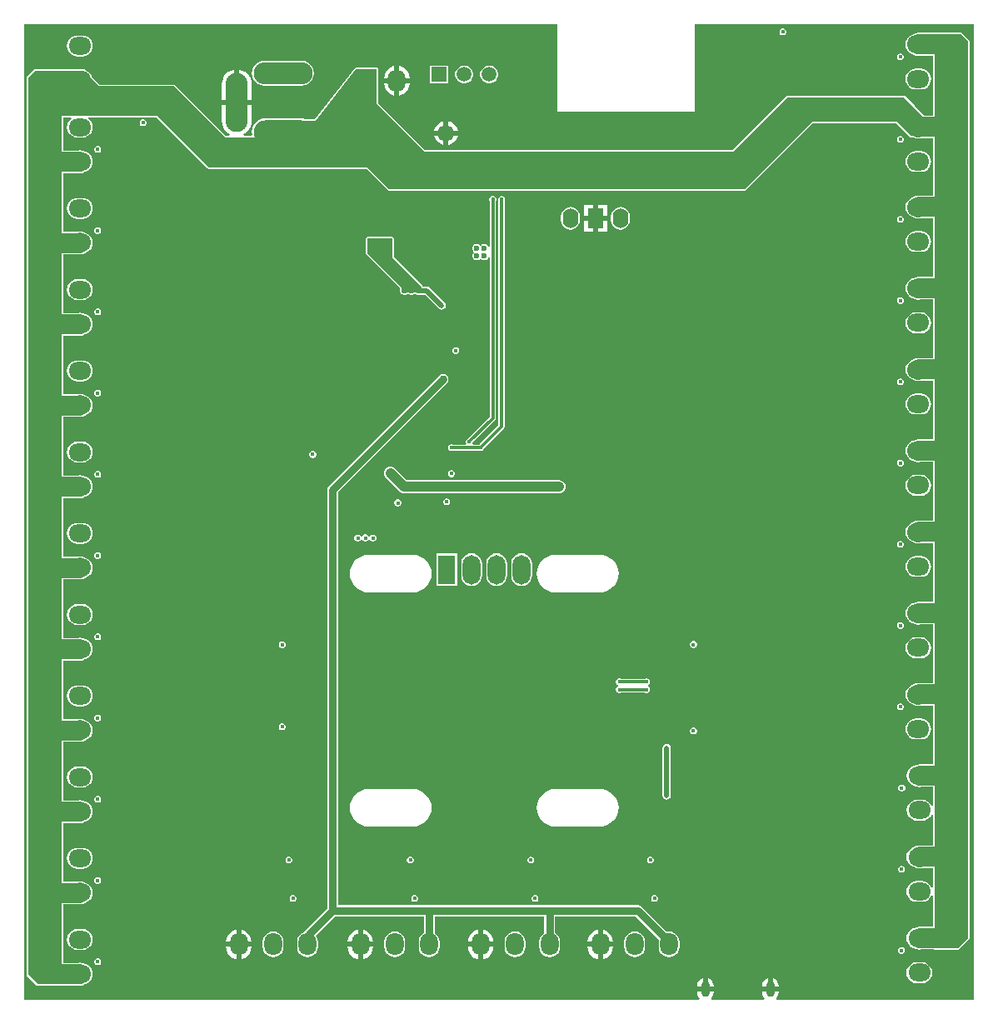
<source format=gbl>
G04*
G04 #@! TF.GenerationSoftware,Altium Limited,Altium Designer,23.2.1 (34)*
G04*
G04 Layer_Physical_Order=4*
G04 Layer_Color=16711680*
%FSAX44Y44*%
%MOMM*%
G71*
G04*
G04 #@! TF.SameCoordinates,82B26229-18A1-4F51-8350-021A8CAF8BEE*
G04*
G04*
G04 #@! TF.FilePolarity,Positive*
G04*
G01*
G75*
%ADD84C,0.3000*%
%ADD85C,0.5000*%
%ADD87C,1.0000*%
%ADD88C,0.8000*%
%ADD94O,2.3000X1.8000*%
%ADD95O,1.8000X2.3000*%
%ADD96O,0.9000X1.6000*%
%ADD97O,1.8000X3.0000*%
%ADD98R,1.8000X3.0000*%
%ADD99O,1.6000X2.0000*%
%ADD100R,1.6000X2.0000*%
%ADD101C,1.7000*%
%ADD102R,1.5000X1.5000*%
%ADD103C,1.5000*%
%ADD104O,6.0000X2.5000*%
%ADD105O,6.0000X2.2500*%
%ADD106O,2.2500X6.0000*%
%ADD107C,0.7620*%
%ADD108C,0.4000*%
%ADD109C,0.6000*%
%ADD121C,2.0000*%
G36*
X00967936Y-00002936D02*
X00767316D01*
X00766956Y-00001666D01*
X00768119Y-00000151D01*
X00768956Y00001871D01*
X00769242Y00004040D01*
Y00005000D01*
X00760860D01*
X00752478D01*
Y00004040D01*
X00752764Y00001871D01*
X00753601Y-00000151D01*
X00754764Y-00001666D01*
X00754404Y-00002936D01*
X00701316D01*
X00700956Y-00001666D01*
X00702119Y-00000151D01*
X00702956Y00001871D01*
X00703242Y00004040D01*
Y00005000D01*
X00694860D01*
X00686478D01*
Y00004040D01*
X00686764Y00001871D01*
X00687601Y-00000151D01*
X00688764Y-00001666D01*
X00688404Y-00002936D01*
X00002064D01*
X00002064Y00987936D01*
X00544201D01*
Y00898987D01*
X00544201Y00898987D01*
X00684201D01*
Y00987936D01*
X00967936D01*
Y-00002936D01*
D02*
G37*
%LPC*%
G36*
X00774251Y00983964D02*
X00772849D01*
X00771554Y00983428D01*
X00770563Y00982436D01*
X00770026Y00981141D01*
Y00979739D01*
X00770563Y00978444D01*
X00771554Y00977452D01*
X00772849Y00976916D01*
X00774251D01*
X00775546Y00977452D01*
X00776537Y00978444D01*
X00777074Y00979739D01*
Y00981141D01*
X00776537Y00982436D01*
X00775546Y00983428D01*
X00774251Y00983964D01*
D02*
G37*
G36*
X00061500Y00976805D02*
X00056500D01*
X00053753Y00976443D01*
X00051193Y00975383D01*
X00048994Y00973696D01*
X00047307Y00971498D01*
X00046247Y00968938D01*
X00045885Y00966190D01*
X00046247Y00963443D01*
X00047307Y00960883D01*
X00048994Y00958684D01*
X00051193Y00956998D01*
X00053753Y00955937D01*
X00056500Y00955575D01*
X00061500D01*
X00064247Y00955937D01*
X00066807Y00956998D01*
X00069006Y00958684D01*
X00070693Y00960883D01*
X00071753Y00963443D01*
X00072115Y00966190D01*
X00071753Y00968938D01*
X00070693Y00971498D01*
X00069006Y00973696D01*
X00066807Y00975383D01*
X00064247Y00976443D01*
X00061500Y00976805D01*
D02*
G37*
G36*
X00893781Y00958764D02*
X00892379D01*
X00891084Y00958228D01*
X00890092Y00957236D01*
X00889556Y00955941D01*
Y00954539D01*
X00890092Y00953244D01*
X00891084Y00952253D01*
X00892379Y00951716D01*
X00893781D01*
X00895076Y00952253D01*
X00896068Y00953244D01*
X00896604Y00954539D01*
Y00955941D01*
X00896068Y00957236D01*
X00895076Y00958228D01*
X00893781Y00958764D01*
D02*
G37*
G36*
X00383722Y00945996D02*
Y00933450D01*
X00394097D01*
X00393662Y00936754D01*
X00392372Y00939870D01*
X00390318Y00942546D01*
X00387642Y00944600D01*
X00384526Y00945890D01*
X00383722Y00945996D01*
D02*
G37*
G36*
X00378642D02*
X00377838Y00945890D01*
X00374722Y00944600D01*
X00372046Y00942546D01*
X00369993Y00939870D01*
X00368702Y00936754D01*
X00368267Y00933450D01*
X00378642D01*
Y00945996D01*
D02*
G37*
G36*
X00476168Y00946284D02*
X00473792D01*
X00471497Y00945669D01*
X00469439Y00944481D01*
X00467759Y00942801D01*
X00466571Y00940743D01*
X00465956Y00938448D01*
Y00936072D01*
X00466571Y00933777D01*
X00467759Y00931719D01*
X00469439Y00930039D01*
X00471497Y00928851D01*
X00473792Y00928236D01*
X00476168D01*
X00478463Y00928851D01*
X00480521Y00930039D01*
X00482201Y00931719D01*
X00483389Y00933777D01*
X00484004Y00936072D01*
Y00938448D01*
X00483389Y00940743D01*
X00482201Y00942801D01*
X00480521Y00944481D01*
X00478463Y00945669D01*
X00476168Y00946284D01*
D02*
G37*
G36*
X00450768D02*
X00448392D01*
X00446097Y00945669D01*
X00444039Y00944481D01*
X00442359Y00942801D01*
X00441171Y00940743D01*
X00440556Y00938448D01*
Y00936072D01*
X00441171Y00933777D01*
X00442359Y00931719D01*
X00444039Y00930039D01*
X00446097Y00928851D01*
X00448392Y00928236D01*
X00450768D01*
X00453063Y00928851D01*
X00455121Y00930039D01*
X00456801Y00931719D01*
X00457989Y00933777D01*
X00458604Y00936072D01*
Y00938448D01*
X00457989Y00940743D01*
X00456801Y00942801D01*
X00455121Y00944481D01*
X00453063Y00945669D01*
X00450768Y00946284D01*
D02*
G37*
G36*
X00433204D02*
X00415156D01*
Y00928236D01*
X00433204D01*
Y00946284D01*
D02*
G37*
G36*
X00284180Y00951414D02*
X00246680D01*
X00243345Y00950975D01*
X00240238Y00949688D01*
X00237570Y00947641D01*
X00235522Y00944972D01*
X00234235Y00941865D01*
X00233796Y00938530D01*
X00234235Y00935195D01*
X00235522Y00932088D01*
X00237570Y00929419D01*
X00240238Y00927372D01*
X00243345Y00926085D01*
X00246680Y00925646D01*
X00284180D01*
X00287515Y00926085D01*
X00290622Y00927372D01*
X00293291Y00929419D01*
X00295338Y00932088D01*
X00296625Y00935195D01*
X00297064Y00938530D01*
X00296625Y00941865D01*
X00295338Y00944972D01*
X00293291Y00947641D01*
X00290622Y00949688D01*
X00287515Y00950975D01*
X00284180Y00951414D01*
D02*
G37*
G36*
X00913740Y00943275D02*
X00908740D01*
X00905993Y00942913D01*
X00903433Y00941853D01*
X00901234Y00940166D01*
X00899547Y00937968D01*
X00898487Y00935407D01*
X00898125Y00932660D01*
X00898487Y00929913D01*
X00899547Y00927353D01*
X00901234Y00925154D01*
X00903433Y00923467D01*
X00905993Y00922407D01*
X00908740Y00922045D01*
X00913740D01*
X00916487Y00922407D01*
X00919047Y00923467D01*
X00921246Y00925154D01*
X00922933Y00927353D01*
X00923993Y00929913D01*
X00924355Y00932660D01*
X00923993Y00935407D01*
X00922933Y00937968D01*
X00921246Y00940166D01*
X00919047Y00941853D01*
X00916487Y00942913D01*
X00913740Y00943275D01*
D02*
G37*
G36*
X00394097Y00928370D02*
X00383722D01*
Y00915824D01*
X00384526Y00915930D01*
X00387642Y00917221D01*
X00390318Y00919274D01*
X00392372Y00921950D01*
X00393662Y00925066D01*
X00394097Y00928370D01*
D02*
G37*
G36*
X00378642D02*
X00368267D01*
X00368702Y00925066D01*
X00369993Y00921950D01*
X00372046Y00919274D01*
X00374722Y00917221D01*
X00377838Y00915930D01*
X00378642Y00915824D01*
Y00928370D01*
D02*
G37*
G36*
X00220970Y00942163D02*
Y00911070D01*
X00233563D01*
Y00927280D01*
X00233272Y00930232D01*
X00232411Y00933071D01*
X00231012Y00935687D01*
X00229130Y00937980D01*
X00226837Y00939863D01*
X00224221Y00941261D01*
X00221382Y00942122D01*
X00220970Y00942163D01*
D02*
G37*
G36*
X00215890Y00942163D02*
X00215478Y00942122D01*
X00212639Y00941261D01*
X00210023Y00939863D01*
X00207729Y00937980D01*
X00205847Y00935687D01*
X00204449Y00933071D01*
X00203588Y00930232D01*
X00203297Y00927280D01*
Y00911070D01*
X00215890D01*
Y00942163D01*
D02*
G37*
G36*
X00938800Y00979564D02*
X00911520D01*
X00908512Y00979168D01*
X00905708Y00978006D01*
X00905111Y00977548D01*
X00903433Y00976853D01*
X00901234Y00975166D01*
X00899547Y00972968D01*
X00898487Y00970407D01*
X00898125Y00967660D01*
X00898487Y00964913D01*
X00899547Y00962353D01*
X00901234Y00960154D01*
X00903433Y00958467D01*
X00905296Y00957696D01*
X00905428Y00957594D01*
X00908232Y00956433D01*
X00911240Y00956037D01*
X00913367Y00956317D01*
X00925890D01*
Y00895524D01*
X00916532D01*
X00898065Y00915054D01*
X00898044Y00915063D01*
X00898035Y00915085D01*
X00897470Y00915320D01*
X00896912Y00915569D01*
X00896891Y00915561D01*
X00896869Y00915570D01*
X00778248Y00915785D01*
X00778247Y00915784D01*
X00778245Y00915785D01*
X00777663Y00915544D01*
X00777081Y00915304D01*
X00777081Y00915302D01*
X00777079Y00915302D01*
X00721947Y00860170D01*
X00410013D01*
X00362421Y00907762D01*
Y00942340D01*
X00361938Y00943506D01*
X00360771Y00943990D01*
X00346450D01*
X00346182Y00944025D01*
X00345914Y00943990D01*
X00339666D01*
X00339571Y00943950D01*
X00339472Y00943978D01*
X00339000Y00943714D01*
X00338500Y00943506D01*
X00338461Y00943411D01*
X00338371Y00943361D01*
X00297838Y00891912D01*
X00288094Y00891570D01*
X00286591Y00892193D01*
X00282930Y00892675D01*
X00247930D01*
X00244269Y00892193D01*
X00240858Y00890780D01*
X00237928Y00888532D01*
X00235680Y00885602D01*
X00234267Y00882191D01*
X00233785Y00878530D01*
X00234100Y00876134D01*
X00233263Y00875180D01*
X00225756D01*
X00225438Y00876450D01*
X00226837Y00877197D01*
X00229130Y00879079D01*
X00231012Y00881373D01*
X00232411Y00883989D01*
X00233272Y00886828D01*
X00233563Y00889780D01*
Y00905990D01*
X00218430D01*
X00203297D01*
Y00889780D01*
X00203588Y00886828D01*
X00204449Y00883989D01*
X00205847Y00881373D01*
X00207729Y00879079D01*
X00210023Y00877197D01*
X00211422Y00876450D01*
X00211104Y00875180D01*
X00207234D01*
X00156036Y00926377D01*
X00154870Y00926860D01*
X00079474D01*
X00071298Y00935036D01*
X00070693Y00936498D01*
X00069006Y00938696D01*
X00066807Y00940383D01*
X00065345Y00940988D01*
X00064097Y00942236D01*
X00062931Y00942720D01*
X00013580D01*
X00012413Y00942236D01*
X00005184Y00935007D01*
X00004700Y00933840D01*
Y00022860D01*
X00005184Y00021694D01*
X00015344Y00011534D01*
X00016510Y00011050D01*
X00040640D01*
X00041090Y00011237D01*
X00058720D01*
X00061728Y00011633D01*
X00064532Y00012794D01*
X00065129Y00013252D01*
X00066807Y00013947D01*
X00069006Y00015634D01*
X00070693Y00017833D01*
X00071753Y00020393D01*
X00072115Y00023140D01*
X00071753Y00025887D01*
X00070693Y00028447D01*
X00069006Y00030646D01*
X00066807Y00032333D01*
X00064945Y00033104D01*
X00064812Y00033206D01*
X00062008Y00034367D01*
X00059000Y00034764D01*
X00056873Y00034483D01*
X00042290D01*
Y00093787D01*
X00058720D01*
X00061728Y00094183D01*
X00064532Y00095344D01*
X00065129Y00095802D01*
X00066807Y00096497D01*
X00069006Y00098184D01*
X00070693Y00100383D01*
X00071753Y00102943D01*
X00072115Y00105690D01*
X00071753Y00108438D01*
X00070693Y00110998D01*
X00069006Y00113196D01*
X00066807Y00114883D01*
X00064945Y00115654D01*
X00064812Y00115756D01*
X00062008Y00116918D01*
X00059000Y00117314D01*
X00056873Y00117034D01*
X00042290D01*
Y00176337D01*
X00058720D01*
X00061728Y00176733D01*
X00064532Y00177894D01*
X00065129Y00178352D01*
X00066807Y00179048D01*
X00069006Y00180734D01*
X00070693Y00182933D01*
X00071753Y00185493D01*
X00072115Y00188240D01*
X00071753Y00190987D01*
X00070693Y00193548D01*
X00069006Y00195746D01*
X00066807Y00197433D01*
X00064945Y00198204D01*
X00064812Y00198306D01*
X00062008Y00199468D01*
X00059000Y00199864D01*
X00056873Y00199584D01*
X00042290D01*
Y00258887D01*
X00058720D01*
X00061728Y00259283D01*
X00064532Y00260444D01*
X00065129Y00260902D01*
X00066807Y00261597D01*
X00069006Y00263284D01*
X00070693Y00265483D01*
X00071753Y00268043D01*
X00072115Y00270790D01*
X00071753Y00273538D01*
X00070693Y00276098D01*
X00069006Y00278296D01*
X00066807Y00279983D01*
X00064945Y00280755D01*
X00064812Y00280856D01*
X00062008Y00282018D01*
X00059000Y00282414D01*
X00056873Y00282134D01*
X00042290D01*
Y00341437D01*
X00058720D01*
X00061728Y00341833D01*
X00064532Y00342994D01*
X00065129Y00343452D01*
X00066807Y00344147D01*
X00069006Y00345834D01*
X00070693Y00348033D01*
X00071753Y00350593D01*
X00072115Y00353340D01*
X00071753Y00356087D01*
X00070693Y00358648D01*
X00069006Y00360846D01*
X00066807Y00362533D01*
X00064945Y00363304D01*
X00064812Y00363406D01*
X00062008Y00364568D01*
X00059000Y00364964D01*
X00056873Y00364684D01*
X00042290D01*
Y00423987D01*
X00058720D01*
X00061728Y00424383D01*
X00064532Y00425544D01*
X00065129Y00426002D01*
X00066807Y00426698D01*
X00069006Y00428384D01*
X00070693Y00430583D01*
X00071753Y00433143D01*
X00072115Y00435890D01*
X00071753Y00438638D01*
X00070693Y00441198D01*
X00069006Y00443396D01*
X00066807Y00445083D01*
X00064945Y00445854D01*
X00064812Y00445956D01*
X00062008Y00447118D01*
X00059000Y00447514D01*
X00056873Y00447234D01*
X00042290D01*
Y00506537D01*
X00058720D01*
X00061728Y00506933D01*
X00064532Y00508094D01*
X00065129Y00508552D01*
X00066807Y00509248D01*
X00069006Y00510934D01*
X00070693Y00513133D01*
X00071753Y00515693D01*
X00072115Y00518440D01*
X00071753Y00521188D01*
X00070693Y00523748D01*
X00069006Y00525946D01*
X00066807Y00527633D01*
X00064945Y00528405D01*
X00064812Y00528506D01*
X00062008Y00529668D01*
X00059000Y00530064D01*
X00056873Y00529784D01*
X00042290D01*
Y00589087D01*
X00058720D01*
X00061728Y00589483D01*
X00064532Y00590644D01*
X00065129Y00591102D01*
X00066807Y00591797D01*
X00069006Y00593484D01*
X00070693Y00595683D01*
X00071753Y00598243D01*
X00072115Y00600990D01*
X00071753Y00603737D01*
X00070693Y00606298D01*
X00069006Y00608496D01*
X00066807Y00610183D01*
X00064945Y00610955D01*
X00064812Y00611056D01*
X00062008Y00612218D01*
X00059000Y00612614D01*
X00056873Y00612334D01*
X00042290D01*
Y00671637D01*
X00058720D01*
X00061728Y00672033D01*
X00064532Y00673194D01*
X00065129Y00673652D01*
X00066807Y00674348D01*
X00069006Y00676034D01*
X00070693Y00678233D01*
X00071753Y00680793D01*
X00072115Y00683540D01*
X00071753Y00686288D01*
X00070693Y00688848D01*
X00069006Y00691046D01*
X00066807Y00692733D01*
X00064945Y00693504D01*
X00064812Y00693606D01*
X00062008Y00694768D01*
X00059000Y00695164D01*
X00056873Y00694884D01*
X00042290D01*
Y00754187D01*
X00058720D01*
X00061728Y00754583D01*
X00064532Y00755744D01*
X00065129Y00756202D01*
X00066807Y00756898D01*
X00069006Y00758584D01*
X00070693Y00760783D01*
X00071753Y00763343D01*
X00072115Y00766090D01*
X00071753Y00768838D01*
X00070693Y00771398D01*
X00069006Y00773596D01*
X00066807Y00775283D01*
X00064945Y00776055D01*
X00064812Y00776156D01*
X00062008Y00777318D01*
X00059000Y00777714D01*
X00056873Y00777434D01*
X00042290D01*
Y00836737D01*
X00058720Y00836737D01*
X00061728Y00837133D01*
X00064532Y00838294D01*
X00065129Y00838752D01*
X00066807Y00839448D01*
X00069006Y00841134D01*
X00070693Y00843333D01*
X00071753Y00845893D01*
X00072115Y00848640D01*
X00071753Y00851388D01*
X00070693Y00853948D01*
X00069006Y00856146D01*
X00066807Y00857833D01*
X00064945Y00858605D01*
X00064812Y00858706D01*
X00062008Y00859868D01*
X00059000Y00860264D01*
X00056873Y00859984D01*
X00042290Y00859984D01*
Y00893701D01*
X00050237D01*
X00050668Y00892431D01*
X00048994Y00891146D01*
X00047307Y00888948D01*
X00046247Y00886387D01*
X00045885Y00883640D01*
X00046247Y00880893D01*
X00047307Y00878333D01*
X00048994Y00876134D01*
X00051193Y00874448D01*
X00053753Y00873387D01*
X00056500Y00873025D01*
X00061500D01*
X00064247Y00873387D01*
X00066807Y00874448D01*
X00069006Y00876134D01*
X00070693Y00878333D01*
X00071753Y00880893D01*
X00072115Y00883640D01*
X00071753Y00886387D01*
X00070693Y00888948D01*
X00069006Y00891146D01*
X00067332Y00892431D01*
X00067763Y00893701D01*
X00137157D01*
X00189025Y00841833D01*
X00190191Y00841349D01*
X00350570D01*
X00372356Y00819563D01*
X00373523Y00819080D01*
X00734839D01*
X00736006Y00819563D01*
X00804369Y00887927D01*
X00888624D01*
X00903077Y00873474D01*
X00904244Y00872990D01*
X00906789D01*
X00908232Y00872393D01*
X00911240Y00871997D01*
X00913367Y00872277D01*
X00925890D01*
Y00814254D01*
X00911520D01*
X00908512Y00813858D01*
X00905708Y00812697D01*
X00905111Y00812239D01*
X00903433Y00811544D01*
X00901234Y00809857D01*
X00899547Y00807658D01*
X00898487Y00805098D01*
X00898125Y00802351D01*
X00898487Y00799604D01*
X00899547Y00797044D01*
X00901234Y00794845D01*
X00903433Y00793158D01*
X00905296Y00792387D01*
X00905428Y00792285D01*
X00908232Y00791124D01*
X00911240Y00790728D01*
X00913367Y00791008D01*
X00925890D01*
Y00731713D01*
X00911520D01*
X00908512Y00731317D01*
X00905708Y00730156D01*
X00905111Y00729698D01*
X00903433Y00729003D01*
X00901234Y00727316D01*
X00899547Y00725117D01*
X00898487Y00722557D01*
X00898125Y00719810D01*
X00898487Y00717063D01*
X00899547Y00714503D01*
X00901234Y00712304D01*
X00903433Y00710617D01*
X00905295Y00709846D01*
X00905428Y00709744D01*
X00908232Y00708583D01*
X00911240Y00708187D01*
X00913367Y00708467D01*
X00925890D01*
Y00649163D01*
X00911520D01*
X00908512Y00648767D01*
X00905708Y00647606D01*
X00905111Y00647148D01*
X00903433Y00646453D01*
X00901234Y00644766D01*
X00899547Y00642567D01*
X00898487Y00640007D01*
X00898125Y00637260D01*
X00898487Y00634513D01*
X00899547Y00631953D01*
X00901234Y00629754D01*
X00903433Y00628067D01*
X00905295Y00627296D01*
X00905428Y00627194D01*
X00908232Y00626033D01*
X00911240Y00625637D01*
X00913367Y00625917D01*
X00925890D01*
Y00566613D01*
X00911520D01*
X00908512Y00566217D01*
X00905708Y00565056D01*
X00905111Y00564598D01*
X00903433Y00563903D01*
X00901234Y00562216D01*
X00899547Y00560017D01*
X00898487Y00557457D01*
X00898125Y00554710D01*
X00898487Y00551963D01*
X00899547Y00549403D01*
X00901234Y00547204D01*
X00903433Y00545517D01*
X00905295Y00544746D01*
X00905428Y00544644D01*
X00908232Y00543483D01*
X00911240Y00543087D01*
X00913367Y00543367D01*
X00925890D01*
Y00484063D01*
X00911520D01*
X00908512Y00483667D01*
X00905708Y00482506D01*
X00905111Y00482048D01*
X00903433Y00481353D01*
X00901234Y00479666D01*
X00899547Y00477467D01*
X00898487Y00474907D01*
X00898125Y00472160D01*
X00898487Y00469413D01*
X00899547Y00466853D01*
X00901234Y00464654D01*
X00903433Y00462967D01*
X00905295Y00462196D01*
X00905428Y00462094D01*
X00908232Y00460933D01*
X00911240Y00460537D01*
X00913367Y00460817D01*
X00925890D01*
Y00401513D01*
X00911520D01*
X00908512Y00401117D01*
X00905708Y00399956D01*
X00905111Y00399498D01*
X00903433Y00398803D01*
X00901234Y00397116D01*
X00899547Y00394917D01*
X00898487Y00392357D01*
X00898125Y00389610D01*
X00898487Y00386863D01*
X00899547Y00384303D01*
X00901234Y00382104D01*
X00903433Y00380417D01*
X00905295Y00379646D01*
X00905428Y00379544D01*
X00908232Y00378383D01*
X00911240Y00377987D01*
X00913367Y00378267D01*
X00925890D01*
Y00318963D01*
X00911520D01*
X00908512Y00318567D01*
X00905708Y00317406D01*
X00905111Y00316948D01*
X00903433Y00316253D01*
X00901234Y00314566D01*
X00899547Y00312367D01*
X00898487Y00309807D01*
X00898125Y00307060D01*
X00898487Y00304313D01*
X00899547Y00301753D01*
X00901234Y00299554D01*
X00903433Y00297867D01*
X00905295Y00297096D01*
X00905428Y00296994D01*
X00908232Y00295833D01*
X00911240Y00295437D01*
X00913367Y00295717D01*
X00925890D01*
Y00236413D01*
X00912790D01*
X00909782Y00236017D01*
X00906978Y00234856D01*
X00906381Y00234398D01*
X00904703Y00233703D01*
X00902504Y00232016D01*
X00900817Y00229817D01*
X00899757Y00227257D01*
X00899395Y00224510D01*
X00899757Y00221763D01*
X00900817Y00219203D01*
X00902504Y00217004D01*
X00904703Y00215317D01*
X00906566Y00214546D01*
X00906698Y00214444D01*
X00909502Y00213283D01*
X00912510Y00212887D01*
X00914637Y00213167D01*
X00925890D01*
Y00194062D01*
X00924620Y00193809D01*
X00924203Y00194817D01*
X00922516Y00197016D01*
X00920317Y00198703D01*
X00917757Y00199763D01*
X00915010Y00200125D01*
X00910010D01*
X00907263Y00199763D01*
X00904703Y00198703D01*
X00902504Y00197016D01*
X00900817Y00194817D01*
X00899757Y00192257D01*
X00899395Y00189510D01*
X00899757Y00186763D01*
X00900817Y00184203D01*
X00902504Y00182004D01*
X00904703Y00180317D01*
X00907263Y00179257D01*
X00910010Y00178895D01*
X00915010D01*
X00917757Y00179257D01*
X00920317Y00180317D01*
X00922516Y00182004D01*
X00924203Y00184203D01*
X00924620Y00185211D01*
X00925890Y00184958D01*
Y00153863D01*
X00912520D01*
X00909512Y00153467D01*
X00906708Y00152306D01*
X00906111Y00151848D01*
X00904433Y00151152D01*
X00902234Y00149466D01*
X00900547Y00147267D01*
X00899487Y00144707D01*
X00899125Y00141960D01*
X00899487Y00139213D01*
X00900547Y00136652D01*
X00902234Y00134454D01*
X00904433Y00132767D01*
X00906295Y00131996D01*
X00906428Y00131894D01*
X00909232Y00130732D01*
X00912240Y00130336D01*
X00914367Y00130616D01*
X00925890D01*
Y00110860D01*
X00924620Y00110607D01*
X00923933Y00112267D01*
X00922246Y00114466D01*
X00920047Y00116152D01*
X00917487Y00117213D01*
X00914740Y00117575D01*
X00909740D01*
X00906993Y00117213D01*
X00904433Y00116152D01*
X00902234Y00114466D01*
X00900547Y00112267D01*
X00899487Y00109707D01*
X00899125Y00106960D01*
X00899487Y00104213D01*
X00900547Y00101652D01*
X00902234Y00099454D01*
X00904433Y00097767D01*
X00906993Y00096707D01*
X00909740Y00096345D01*
X00914740D01*
X00917487Y00096707D01*
X00920047Y00097767D01*
X00922246Y00099454D01*
X00923933Y00101652D01*
X00924620Y00103313D01*
X00925890Y00103060D01*
Y00071313D01*
X00912520D01*
X00909512Y00070917D01*
X00906708Y00069756D01*
X00906111Y00069298D01*
X00904433Y00068602D01*
X00902234Y00066916D01*
X00900547Y00064717D01*
X00899487Y00062157D01*
X00899125Y00059410D01*
X00899487Y00056663D01*
X00900547Y00054103D01*
X00902234Y00051904D01*
X00904433Y00050217D01*
X00906295Y00049446D01*
X00906428Y00049344D01*
X00909232Y00048183D01*
X00912240Y00047786D01*
X00914367Y00048066D01*
X00927091D01*
X00927540Y00047880D01*
X00951670D01*
X00952836Y00048364D01*
X00962996Y00058524D01*
X00963480Y00059690D01*
Y00970670D01*
X00962996Y00971837D01*
X00955767Y00979066D01*
X00954600Y00979550D01*
X00938907D01*
X00938800Y00979564D01*
D02*
G37*
G36*
X00123961Y00891674D02*
X00122559D01*
X00121264Y00891138D01*
X00120273Y00890146D01*
X00119736Y00888851D01*
Y00887449D01*
X00120273Y00886154D01*
X00121264Y00885163D01*
X00122559Y00884626D01*
X00123961D01*
X00125256Y00885163D01*
X00126248Y00886154D01*
X00126784Y00887449D01*
Y00888851D01*
X00126248Y00890146D01*
X00125256Y00891138D01*
X00123961Y00891674D01*
D02*
G37*
G36*
X00433832Y00889634D02*
Y00880110D01*
X00443356D01*
X00442763Y00882321D01*
X00441143Y00885128D01*
X00438851Y00887421D01*
X00436044Y00889041D01*
X00433832Y00889634D01*
D02*
G37*
G36*
X00428752D02*
X00426540Y00889041D01*
X00423733Y00887421D01*
X00421442Y00885128D01*
X00419821Y00882321D01*
X00419228Y00880110D01*
X00428752D01*
Y00889634D01*
D02*
G37*
G36*
X00893781Y00874724D02*
X00892379D01*
X00891084Y00874188D01*
X00890092Y00873196D01*
X00889556Y00871901D01*
Y00870499D01*
X00890092Y00869204D01*
X00891084Y00868213D01*
X00892379Y00867676D01*
X00893781D01*
X00895076Y00868213D01*
X00896068Y00869204D01*
X00896604Y00870499D01*
Y00871901D01*
X00896068Y00873196D01*
X00895076Y00874188D01*
X00893781Y00874724D01*
D02*
G37*
G36*
X00443356Y00875030D02*
X00433832D01*
Y00865506D01*
X00436044Y00866099D01*
X00438851Y00867719D01*
X00441143Y00870012D01*
X00442763Y00872819D01*
X00443356Y00875030D01*
D02*
G37*
G36*
X00428752D02*
X00419228D01*
X00419821Y00872819D01*
X00421442Y00870012D01*
X00423733Y00867719D01*
X00426540Y00866099D01*
X00428752Y00865506D01*
Y00875030D01*
D02*
G37*
G36*
X00077861Y00864584D02*
X00076459D01*
X00075164Y00864048D01*
X00074173Y00863056D01*
X00073636Y00861761D01*
Y00860359D01*
X00074173Y00859064D01*
X00075164Y00858073D01*
X00076459Y00857536D01*
X00077861D01*
X00079156Y00858073D01*
X00080148Y00859064D01*
X00080684Y00860359D01*
Y00861761D01*
X00080148Y00863056D01*
X00079156Y00864048D01*
X00077861Y00864584D01*
D02*
G37*
G36*
X00913740Y00859235D02*
X00908740D01*
X00905993Y00858873D01*
X00903433Y00857813D01*
X00901234Y00856126D01*
X00899547Y00853928D01*
X00898487Y00851367D01*
X00898125Y00848620D01*
X00898487Y00845873D01*
X00899547Y00843313D01*
X00901234Y00841114D01*
X00903433Y00839427D01*
X00905993Y00838367D01*
X00908740Y00838005D01*
X00913740D01*
X00916487Y00838367D01*
X00919047Y00839427D01*
X00921246Y00841114D01*
X00922933Y00843313D01*
X00923993Y00845873D01*
X00924355Y00848620D01*
X00923993Y00851367D01*
X00922933Y00853928D01*
X00921246Y00856126D01*
X00919047Y00857813D01*
X00916487Y00858873D01*
X00913740Y00859235D01*
D02*
G37*
G36*
X00594769Y00804797D02*
X00585499D01*
Y00793527D01*
X00594769D01*
Y00804797D01*
D02*
G37*
G36*
X00580419D02*
X00571149D01*
Y00793527D01*
X00580419D01*
Y00804797D01*
D02*
G37*
G36*
X00061500Y00811705D02*
X00056500D01*
X00053753Y00811343D01*
X00051193Y00810283D01*
X00048994Y00808596D01*
X00047307Y00806398D01*
X00046247Y00803838D01*
X00045885Y00801090D01*
X00046247Y00798343D01*
X00047307Y00795783D01*
X00048994Y00793584D01*
X00051193Y00791898D01*
X00053753Y00790837D01*
X00056500Y00790475D01*
X00061500D01*
X00064247Y00790837D01*
X00066807Y00791898D01*
X00069006Y00793584D01*
X00070693Y00795783D01*
X00071753Y00798343D01*
X00072115Y00801090D01*
X00071753Y00803838D01*
X00070693Y00806398D01*
X00069006Y00808596D01*
X00066807Y00810283D01*
X00064247Y00811343D01*
X00061500Y00811705D01*
D02*
G37*
G36*
X00893781Y00793455D02*
X00892379D01*
X00891084Y00792918D01*
X00890092Y00791927D01*
X00889556Y00790632D01*
Y00789230D01*
X00890092Y00787935D01*
X00891084Y00786944D01*
X00892379Y00786407D01*
X00893781D01*
X00895076Y00786944D01*
X00896068Y00787935D01*
X00896604Y00789230D01*
Y00790632D01*
X00896068Y00791927D01*
X00895076Y00792918D01*
X00893781Y00793455D01*
D02*
G37*
G36*
X00608359Y00802594D02*
X00605873Y00802266D01*
X00603556Y00801307D01*
X00601567Y00799780D01*
X00600040Y00797791D01*
X00599081Y00795474D01*
X00598753Y00792987D01*
Y00788987D01*
X00599081Y00786501D01*
X00600040Y00784184D01*
X00601567Y00782195D01*
X00603556Y00780668D01*
X00605873Y00779708D01*
X00608359Y00779381D01*
X00610846Y00779708D01*
X00613162Y00780668D01*
X00615152Y00782195D01*
X00616679Y00784184D01*
X00617638Y00786501D01*
X00617966Y00788987D01*
Y00792987D01*
X00617638Y00795474D01*
X00616679Y00797791D01*
X00615152Y00799780D01*
X00613162Y00801307D01*
X00610846Y00802266D01*
X00608359Y00802594D01*
D02*
G37*
G36*
X00557559D02*
X00555073Y00802266D01*
X00552756Y00801307D01*
X00550767Y00799780D01*
X00549240Y00797791D01*
X00548280Y00795474D01*
X00547953Y00792987D01*
Y00788987D01*
X00548280Y00786501D01*
X00549240Y00784184D01*
X00550767Y00782195D01*
X00552756Y00780668D01*
X00555073Y00779708D01*
X00557559Y00779381D01*
X00560046Y00779708D01*
X00562363Y00780668D01*
X00564352Y00782195D01*
X00565879Y00784184D01*
X00566838Y00786501D01*
X00567166Y00788987D01*
Y00792987D01*
X00566838Y00795474D01*
X00565879Y00797791D01*
X00564352Y00799780D01*
X00562363Y00801307D01*
X00560046Y00802266D01*
X00557559Y00802594D01*
D02*
G37*
G36*
X00594769Y00788447D02*
X00585499D01*
Y00777177D01*
X00594769D01*
Y00788447D01*
D02*
G37*
G36*
X00580419D02*
X00571149D01*
Y00777177D01*
X00580419D01*
Y00788447D01*
D02*
G37*
G36*
X00077861Y00782034D02*
X00076459D01*
X00075164Y00781498D01*
X00074173Y00780506D01*
X00073636Y00779211D01*
Y00777809D01*
X00074173Y00776514D01*
X00075164Y00775523D01*
X00076459Y00774986D01*
X00077861D01*
X00079156Y00775523D01*
X00080147Y00776514D01*
X00080684Y00777809D01*
Y00779211D01*
X00080147Y00780506D01*
X00079156Y00781498D01*
X00077861Y00782034D01*
D02*
G37*
G36*
X00913740Y00777966D02*
X00908740D01*
X00905993Y00777604D01*
X00903433Y00776544D01*
X00901234Y00774857D01*
X00899547Y00772658D01*
X00898487Y00770098D01*
X00898125Y00767351D01*
X00898487Y00764604D01*
X00899547Y00762044D01*
X00901234Y00759845D01*
X00903433Y00758158D01*
X00905993Y00757098D01*
X00908740Y00756736D01*
X00913740D01*
X00916487Y00757098D01*
X00919047Y00758158D01*
X00921246Y00759845D01*
X00922933Y00762044D01*
X00923993Y00764604D01*
X00924355Y00767351D01*
X00923993Y00770098D01*
X00922933Y00772658D01*
X00921246Y00774857D01*
X00919047Y00776544D01*
X00916487Y00777604D01*
X00913740Y00777966D01*
D02*
G37*
G36*
X00061500Y00729155D02*
X00056500D01*
X00053753Y00728793D01*
X00051193Y00727733D01*
X00048994Y00726046D01*
X00047307Y00723848D01*
X00046247Y00721288D01*
X00045885Y00718540D01*
X00046247Y00715793D01*
X00047307Y00713233D01*
X00048994Y00711034D01*
X00051193Y00709348D01*
X00053753Y00708287D01*
X00056500Y00707925D01*
X00061500D01*
X00064247Y00708287D01*
X00066807Y00709348D01*
X00069006Y00711034D01*
X00070693Y00713233D01*
X00071753Y00715793D01*
X00072115Y00718540D01*
X00071753Y00721288D01*
X00070693Y00723848D01*
X00069006Y00726046D01*
X00066807Y00727733D01*
X00064247Y00728793D01*
X00061500Y00729155D01*
D02*
G37*
G36*
X00893781Y00710914D02*
X00892379D01*
X00891084Y00710378D01*
X00890092Y00709386D01*
X00889556Y00708091D01*
Y00706689D01*
X00890092Y00705394D01*
X00891084Y00704402D01*
X00892379Y00703866D01*
X00893781D01*
X00895076Y00704402D01*
X00896068Y00705394D01*
X00896604Y00706689D01*
Y00708091D01*
X00896068Y00709386D01*
X00895076Y00710378D01*
X00893781Y00710914D01*
D02*
G37*
G36*
X00376390Y00772220D02*
X00351390D01*
X00350224Y00771736D01*
X00349740Y00770570D01*
Y00755699D01*
X00350224Y00754532D01*
X00384430Y00720325D01*
Y00716189D01*
X00384914Y00715023D01*
X00385724Y00714213D01*
X00386890Y00713730D01*
X00387283D01*
X00388480Y00713234D01*
X00390280D01*
X00391477Y00713730D01*
X00394151D01*
X00395490Y00713176D01*
X00397290D01*
X00398628Y00713730D01*
X00401020D01*
X00402500Y00713117D01*
X00404300D01*
X00404855Y00713347D01*
X00409881D01*
X00423819Y00699409D01*
X00425150Y00698520D01*
X00426720Y00698207D01*
X00428290Y00698520D01*
X00429621Y00699409D01*
X00430510Y00700740D01*
X00430823Y00702310D01*
X00430510Y00703880D01*
X00429621Y00705211D01*
X00414482Y00720350D01*
X00413151Y00721240D01*
X00411581Y00721552D01*
X00407840D01*
X00407583Y00722175D01*
X00378040Y00751718D01*
Y00770570D01*
X00377556Y00771736D01*
X00376390Y00772220D01*
D02*
G37*
G36*
X00077861Y00699484D02*
X00076459D01*
X00075164Y00698948D01*
X00074173Y00697956D01*
X00073636Y00696661D01*
Y00695259D01*
X00074173Y00693964D01*
X00075164Y00692973D01*
X00076459Y00692436D01*
X00077861D01*
X00079156Y00692973D01*
X00080147Y00693964D01*
X00080684Y00695259D01*
Y00696661D01*
X00080147Y00697956D01*
X00079156Y00698948D01*
X00077861Y00699484D01*
D02*
G37*
G36*
X00913740Y00695425D02*
X00908740D01*
X00905993Y00695063D01*
X00903433Y00694003D01*
X00901234Y00692316D01*
X00899547Y00690117D01*
X00898487Y00687557D01*
X00898125Y00684810D01*
X00898487Y00682063D01*
X00899547Y00679503D01*
X00901234Y00677304D01*
X00903433Y00675617D01*
X00905993Y00674557D01*
X00908740Y00674195D01*
X00913740D01*
X00916487Y00674557D01*
X00919047Y00675617D01*
X00921246Y00677304D01*
X00922933Y00679503D01*
X00923993Y00682063D01*
X00924355Y00684810D01*
X00923993Y00687557D01*
X00922933Y00690117D01*
X00921246Y00692316D01*
X00919047Y00694003D01*
X00916487Y00695063D01*
X00913740Y00695425D01*
D02*
G37*
G36*
X00441849Y00660154D02*
X00440447D01*
X00439151Y00659617D01*
X00438160Y00658626D01*
X00437624Y00657331D01*
Y00655929D01*
X00438160Y00654634D01*
X00439151Y00653643D01*
X00440447Y00653106D01*
X00441849D01*
X00443144Y00653643D01*
X00444135Y00654634D01*
X00444672Y00655929D01*
Y00657331D01*
X00444135Y00658626D01*
X00443144Y00659617D01*
X00441849Y00660154D01*
D02*
G37*
G36*
X00061500Y00646605D02*
X00056500D01*
X00053753Y00646243D01*
X00051193Y00645183D01*
X00048994Y00643496D01*
X00047307Y00641298D01*
X00046247Y00638737D01*
X00045885Y00635990D01*
X00046247Y00633243D01*
X00047307Y00630683D01*
X00048994Y00628484D01*
X00051193Y00626797D01*
X00053753Y00625737D01*
X00056500Y00625375D01*
X00061500D01*
X00064247Y00625737D01*
X00066807Y00626797D01*
X00069006Y00628484D01*
X00070693Y00630683D01*
X00071753Y00633243D01*
X00072115Y00635990D01*
X00071753Y00638737D01*
X00070693Y00641298D01*
X00069006Y00643496D01*
X00066807Y00645183D01*
X00064247Y00646243D01*
X00061500Y00646605D01*
D02*
G37*
G36*
X00893781Y00628364D02*
X00892379D01*
X00891084Y00627827D01*
X00890092Y00626836D01*
X00889556Y00625541D01*
Y00624139D01*
X00890092Y00622844D01*
X00891084Y00621852D01*
X00892379Y00621316D01*
X00893781D01*
X00895076Y00621852D01*
X00896068Y00622844D01*
X00896604Y00624139D01*
Y00625541D01*
X00896068Y00626836D01*
X00895076Y00627827D01*
X00893781Y00628364D01*
D02*
G37*
G36*
X00077861Y00616934D02*
X00076459D01*
X00075164Y00616398D01*
X00074173Y00615406D01*
X00073636Y00614111D01*
Y00612709D01*
X00074173Y00611414D01*
X00075164Y00610423D01*
X00076459Y00609886D01*
X00077861D01*
X00079156Y00610423D01*
X00080147Y00611414D01*
X00080684Y00612709D01*
Y00614111D01*
X00080147Y00615406D01*
X00079156Y00616398D01*
X00077861Y00616934D01*
D02*
G37*
G36*
X00913740Y00612875D02*
X00908740D01*
X00905993Y00612513D01*
X00903433Y00611453D01*
X00901234Y00609766D01*
X00899547Y00607567D01*
X00898487Y00605007D01*
X00898125Y00602260D01*
X00898487Y00599513D01*
X00899547Y00596953D01*
X00901234Y00594754D01*
X00903433Y00593067D01*
X00905993Y00592007D01*
X00908740Y00591645D01*
X00913740D01*
X00916487Y00592007D01*
X00919047Y00593067D01*
X00921246Y00594754D01*
X00922933Y00596953D01*
X00923993Y00599513D01*
X00924355Y00602260D01*
X00923993Y00605007D01*
X00922933Y00607567D01*
X00921246Y00609766D01*
X00919047Y00611453D01*
X00916487Y00612513D01*
X00913740Y00612875D01*
D02*
G37*
G36*
X00488381Y00813784D02*
X00486979D01*
X00485684Y00813248D01*
X00484692Y00812256D01*
X00484156Y00810961D01*
Y00809559D01*
X00484597Y00808495D01*
Y00580726D01*
X00465219Y00561348D01*
X00464421Y00561018D01*
X00458639D01*
X00458417Y00561229D01*
X00457895Y00562288D01*
X00458168Y00562948D01*
X00480970Y00585750D01*
X00480970Y00585750D01*
X00481638Y00586750D01*
X00481873Y00587930D01*
X00481873Y00587930D01*
Y00808495D01*
X00482314Y00809559D01*
Y00810961D01*
X00481777Y00812256D01*
X00480786Y00813248D01*
X00479491Y00813784D01*
X00478089D01*
X00476794Y00813248D01*
X00475802Y00812256D01*
X00475266Y00810961D01*
Y00809559D01*
X00475707Y00808495D01*
Y00761661D01*
X00474524Y00761450D01*
X00473835Y00763113D01*
X00472563Y00764385D01*
X00470900Y00765074D01*
X00469100D01*
X00467437Y00764385D01*
X00466970Y00763917D01*
X00466140Y00763136D01*
X00465310Y00763917D01*
X00464843Y00764385D01*
X00463180Y00765074D01*
X00461380D01*
X00459717Y00764385D01*
X00458445Y00763113D01*
X00457756Y00761450D01*
Y00759650D01*
X00458445Y00757987D01*
X00458913Y00757520D01*
X00459694Y00756690D01*
X00458913Y00755860D01*
X00458445Y00755393D01*
X00457756Y00753730D01*
Y00751930D01*
X00458445Y00750267D01*
X00459717Y00748995D01*
X00461380Y00748306D01*
X00463180D01*
X00464843Y00748995D01*
X00465310Y00749462D01*
X00466140Y00750244D01*
X00466970Y00749462D01*
X00467437Y00748995D01*
X00469100Y00748306D01*
X00470900D01*
X00472563Y00748995D01*
X00473835Y00750267D01*
X00474524Y00751930D01*
X00475707Y00751719D01*
Y00589207D01*
X00453808Y00567308D01*
X00452744Y00566867D01*
X00451753Y00565876D01*
X00451216Y00564581D01*
Y00563179D01*
X00451624Y00562193D01*
X00451054Y00560923D01*
X00447431D01*
X00446955Y00561018D01*
X00446954Y00561018D01*
X00438521D01*
X00437421Y00561473D01*
X00436019D01*
X00434724Y00560937D01*
X00433732Y00559946D01*
X00433196Y00558650D01*
Y00557248D01*
X00433732Y00555953D01*
X00434724Y00554962D01*
X00436019Y00554425D01*
X00437421D01*
X00438450Y00554851D01*
X00446573D01*
X00447049Y00554757D01*
X00457242D01*
X00457242Y00554757D01*
X00457718Y00554851D01*
X00464350D01*
X00465450Y00554396D01*
X00466852D01*
X00468147Y00554933D01*
X00469138Y00555924D01*
X00469579Y00556988D01*
X00489860Y00577269D01*
X00489860Y00577269D01*
X00490528Y00578269D01*
X00490763Y00579449D01*
Y00808495D01*
X00491204Y00809559D01*
Y00810961D01*
X00490667Y00812256D01*
X00489676Y00813248D01*
X00488381Y00813784D01*
D02*
G37*
G36*
X00296483Y00554576D02*
X00295081D01*
X00293786Y00554039D01*
X00292794Y00553048D01*
X00292258Y00551753D01*
Y00550351D01*
X00292794Y00549056D01*
X00293786Y00548064D01*
X00295081Y00547528D01*
X00296483D01*
X00297778Y00548064D01*
X00298769Y00549056D01*
X00299306Y00550351D01*
Y00551753D01*
X00298769Y00553048D01*
X00297778Y00554039D01*
X00296483Y00554576D01*
D02*
G37*
G36*
X00061500Y00564055D02*
X00056500D01*
X00053753Y00563693D01*
X00051193Y00562633D01*
X00048994Y00560946D01*
X00047307Y00558748D01*
X00046247Y00556188D01*
X00045885Y00553440D01*
X00046247Y00550693D01*
X00047307Y00548133D01*
X00048994Y00545934D01*
X00051193Y00544248D01*
X00053753Y00543187D01*
X00056500Y00542825D01*
X00061500D01*
X00064247Y00543187D01*
X00066807Y00544248D01*
X00069006Y00545934D01*
X00070693Y00548133D01*
X00071753Y00550693D01*
X00072115Y00553440D01*
X00071753Y00556188D01*
X00070693Y00558748D01*
X00069006Y00560946D01*
X00066807Y00562633D01*
X00064247Y00563693D01*
X00061500Y00564055D01*
D02*
G37*
G36*
X00893781Y00545814D02*
X00892379D01*
X00891084Y00545277D01*
X00890092Y00544286D01*
X00889556Y00542991D01*
Y00541589D01*
X00890092Y00540294D01*
X00891084Y00539302D01*
X00892379Y00538766D01*
X00893781D01*
X00895076Y00539302D01*
X00896068Y00540294D01*
X00896604Y00541589D01*
Y00542991D01*
X00896068Y00544286D01*
X00895076Y00545277D01*
X00893781Y00545814D01*
D02*
G37*
G36*
X00437421Y00535084D02*
X00436019D01*
X00434724Y00534547D01*
X00433732Y00533556D01*
X00433196Y00532261D01*
Y00530859D01*
X00433732Y00529564D01*
X00434724Y00528572D01*
X00436019Y00528036D01*
X00437421D01*
X00438716Y00528572D01*
X00439707Y00529564D01*
X00440244Y00530859D01*
Y00532261D01*
X00439707Y00533556D01*
X00438716Y00534547D01*
X00437421Y00535084D01*
D02*
G37*
G36*
X00077861Y00534384D02*
X00076459D01*
X00075164Y00533848D01*
X00074173Y00532856D01*
X00073636Y00531561D01*
Y00530159D01*
X00074173Y00528864D01*
X00075164Y00527873D01*
X00076459Y00527336D01*
X00077861D01*
X00079156Y00527873D01*
X00080147Y00528864D01*
X00080684Y00530159D01*
Y00531561D01*
X00080147Y00532856D01*
X00079156Y00533848D01*
X00077861Y00534384D01*
D02*
G37*
G36*
X00374650Y00538710D02*
X00372947Y00538486D01*
X00371360Y00537829D01*
X00369997Y00536783D01*
X00368951Y00535420D01*
X00368294Y00533833D01*
X00368070Y00532130D01*
X00368294Y00530427D01*
X00368951Y00528840D01*
X00369997Y00527477D01*
X00383967Y00513507D01*
X00385330Y00512461D01*
X00386917Y00511804D01*
X00388620Y00511580D01*
X00546100D01*
X00547803Y00511804D01*
X00549390Y00512461D01*
X00550753Y00513507D01*
X00551799Y00514870D01*
X00552456Y00516457D01*
X00552680Y00518160D01*
X00552456Y00519863D01*
X00551799Y00521450D01*
X00550753Y00522813D01*
X00549390Y00523859D01*
X00547803Y00524516D01*
X00546100Y00524740D01*
X00391346D01*
X00379303Y00536783D01*
X00377940Y00537829D01*
X00376353Y00538486D01*
X00374650Y00538710D01*
D02*
G37*
G36*
X00913740Y00530325D02*
X00908740D01*
X00905993Y00529963D01*
X00903433Y00528903D01*
X00901234Y00527216D01*
X00899547Y00525017D01*
X00898487Y00522457D01*
X00898125Y00519710D01*
X00898487Y00516963D01*
X00899547Y00514403D01*
X00901234Y00512204D01*
X00903433Y00510517D01*
X00905993Y00509457D01*
X00908740Y00509095D01*
X00913740D01*
X00916487Y00509457D01*
X00919047Y00510517D01*
X00921246Y00512204D01*
X00922933Y00514403D01*
X00923993Y00516963D01*
X00924355Y00519710D01*
X00923993Y00522457D01*
X00922933Y00525017D01*
X00921246Y00527216D01*
X00919047Y00528903D01*
X00916487Y00529963D01*
X00913740Y00530325D01*
D02*
G37*
G36*
X00432501Y00506454D02*
X00431099D01*
X00429804Y00505918D01*
X00428812Y00504926D01*
X00428276Y00503631D01*
Y00502229D01*
X00428812Y00500934D01*
X00429804Y00499943D01*
X00431099Y00499406D01*
X00432501D01*
X00433796Y00499943D01*
X00434787Y00500934D01*
X00435324Y00502229D01*
Y00503631D01*
X00434787Y00504926D01*
X00433796Y00505918D01*
X00432501Y00506454D01*
D02*
G37*
G36*
X00383020Y00505385D02*
X00381618D01*
X00380322Y00504849D01*
X00379331Y00503857D01*
X00378795Y00502562D01*
Y00501160D01*
X00379331Y00499865D01*
X00380322Y00498874D01*
X00381618Y00498337D01*
X00383020D01*
X00384315Y00498874D01*
X00385306Y00499865D01*
X00385843Y00501160D01*
Y00502562D01*
X00385306Y00503857D01*
X00384315Y00504849D01*
X00383020Y00505385D01*
D02*
G37*
G36*
X00349951Y00469754D02*
X00348549D01*
X00347254Y00469217D01*
X00346263Y00468226D01*
X00346098Y00467830D01*
X00344724D01*
X00344618Y00468086D01*
X00343626Y00469077D01*
X00342331Y00469614D01*
X00340929D01*
X00339634Y00469077D01*
X00338643Y00468086D01*
X00338106Y00466791D01*
Y00465389D01*
X00338643Y00464094D01*
X00339634Y00463102D01*
X00340929Y00462566D01*
X00342331D01*
X00343626Y00463102D01*
X00344618Y00464094D01*
X00344782Y00464490D01*
X00346156D01*
X00346263Y00464234D01*
X00347254Y00463242D01*
X00348549Y00462706D01*
X00349951D01*
X00351246Y00463242D01*
X00352238Y00464234D01*
X00352344Y00464490D01*
X00353718D01*
X00353882Y00464094D01*
X00354874Y00463102D01*
X00356169Y00462566D01*
X00357571D01*
X00358866Y00463102D01*
X00359857Y00464094D01*
X00360394Y00465389D01*
Y00466791D01*
X00359857Y00468086D01*
X00358866Y00469077D01*
X00357571Y00469614D01*
X00356169D01*
X00354874Y00469077D01*
X00353882Y00468086D01*
X00353776Y00467830D01*
X00352402D01*
X00352238Y00468226D01*
X00351246Y00469217D01*
X00349951Y00469754D01*
D02*
G37*
G36*
X00061500Y00481505D02*
X00056500D01*
X00053753Y00481143D01*
X00051193Y00480083D01*
X00048994Y00478396D01*
X00047307Y00476198D01*
X00046247Y00473638D01*
X00045885Y00470890D01*
X00046247Y00468143D01*
X00047307Y00465583D01*
X00048994Y00463384D01*
X00051193Y00461698D01*
X00053753Y00460637D01*
X00056500Y00460275D01*
X00061500D01*
X00064247Y00460637D01*
X00066807Y00461698D01*
X00069006Y00463384D01*
X00070693Y00465583D01*
X00071753Y00468143D01*
X00072115Y00470890D01*
X00071753Y00473638D01*
X00070693Y00476198D01*
X00069006Y00478396D01*
X00066807Y00480083D01*
X00064247Y00481143D01*
X00061500Y00481505D01*
D02*
G37*
G36*
X00893781Y00463264D02*
X00892379D01*
X00891084Y00462728D01*
X00890092Y00461736D01*
X00889556Y00460441D01*
Y00459039D01*
X00890092Y00457744D01*
X00891084Y00456753D01*
X00892379Y00456216D01*
X00893781D01*
X00895076Y00456753D01*
X00896068Y00457744D01*
X00896604Y00459039D01*
Y00460441D01*
X00896068Y00461736D01*
X00895076Y00462728D01*
X00893781Y00463264D01*
D02*
G37*
G36*
X00077861Y00451834D02*
X00076459D01*
X00075164Y00451298D01*
X00074173Y00450306D01*
X00073636Y00449011D01*
Y00447609D01*
X00074173Y00446314D01*
X00075164Y00445323D01*
X00076459Y00444786D01*
X00077861D01*
X00079156Y00445323D01*
X00080147Y00446314D01*
X00080684Y00447609D01*
Y00449011D01*
X00080147Y00450306D01*
X00079156Y00451298D01*
X00077861Y00451834D01*
D02*
G37*
G36*
X00913740Y00447775D02*
X00908740D01*
X00905993Y00447413D01*
X00903433Y00446353D01*
X00901234Y00444666D01*
X00899547Y00442467D01*
X00898487Y00439907D01*
X00898125Y00437160D01*
X00898487Y00434413D01*
X00899547Y00431853D01*
X00901234Y00429654D01*
X00903433Y00427967D01*
X00905993Y00426907D01*
X00908740Y00426545D01*
X00913740D01*
X00916487Y00426907D01*
X00919047Y00427967D01*
X00921246Y00429654D01*
X00922933Y00431853D01*
X00923993Y00434413D01*
X00924355Y00437160D01*
X00923993Y00439907D01*
X00922933Y00442467D01*
X00921246Y00444666D01*
X00919047Y00446353D01*
X00916487Y00447413D01*
X00913740Y00447775D01*
D02*
G37*
G36*
X00442324Y00450524D02*
X00421276D01*
Y00417476D01*
X00442324D01*
Y00450524D01*
D02*
G37*
G36*
X00508000Y00450615D02*
X00505253Y00450253D01*
X00502693Y00449193D01*
X00500494Y00447506D01*
X00498807Y00445307D01*
X00497747Y00442747D01*
X00497385Y00440000D01*
Y00428000D01*
X00497747Y00425253D01*
X00498807Y00422692D01*
X00500494Y00420494D01*
X00502693Y00418807D01*
X00505253Y00417747D01*
X00508000Y00417385D01*
X00510747Y00417747D01*
X00513307Y00418807D01*
X00515506Y00420494D01*
X00517193Y00422692D01*
X00518253Y00425253D01*
X00518615Y00428000D01*
Y00440000D01*
X00518253Y00442747D01*
X00517193Y00445307D01*
X00515506Y00447506D01*
X00513307Y00449193D01*
X00510747Y00450253D01*
X00508000Y00450615D01*
D02*
G37*
G36*
X00482600D02*
X00479853Y00450253D01*
X00477293Y00449193D01*
X00475094Y00447506D01*
X00473407Y00445307D01*
X00472347Y00442747D01*
X00471985Y00440000D01*
Y00428000D01*
X00472347Y00425253D01*
X00473407Y00422692D01*
X00475094Y00420494D01*
X00477293Y00418807D01*
X00479853Y00417747D01*
X00482600Y00417385D01*
X00485347Y00417747D01*
X00487907Y00418807D01*
X00490106Y00420494D01*
X00491793Y00422692D01*
X00492853Y00425253D01*
X00493215Y00428000D01*
Y00440000D01*
X00492853Y00442747D01*
X00491793Y00445307D01*
X00490106Y00447506D01*
X00487907Y00449193D01*
X00485347Y00450253D01*
X00482600Y00450615D01*
D02*
G37*
G36*
X00457200D02*
X00454453Y00450253D01*
X00451893Y00449193D01*
X00449694Y00447506D01*
X00448007Y00445307D01*
X00446947Y00442747D01*
X00446585Y00440000D01*
Y00428000D01*
X00446947Y00425253D01*
X00448007Y00422692D01*
X00449694Y00420494D01*
X00451893Y00418807D01*
X00454453Y00417747D01*
X00457200Y00417385D01*
X00459947Y00417747D01*
X00462507Y00418807D01*
X00464706Y00420494D01*
X00466393Y00422692D01*
X00467453Y00425253D01*
X00467815Y00428000D01*
Y00440000D01*
X00467453Y00442747D01*
X00466393Y00445307D01*
X00464706Y00447506D01*
X00462507Y00449193D01*
X00459947Y00450253D01*
X00457200Y00450615D01*
D02*
G37*
G36*
X00397457Y00449116D02*
X00352457D01*
X00348727Y00448749D01*
X00345141Y00447661D01*
X00341837Y00445894D01*
X00338940Y00443517D01*
X00336562Y00440620D01*
X00334796Y00437315D01*
X00333708Y00433729D01*
X00333341Y00430000D01*
X00333708Y00426271D01*
X00334796Y00422685D01*
X00336562Y00419380D01*
X00338940Y00416483D01*
X00341837Y00414106D01*
X00345141Y00412339D01*
X00348727Y00411251D01*
X00352457Y00410884D01*
X00397457D01*
X00401186Y00411251D01*
X00404772Y00412339D01*
X00408077Y00414106D01*
X00410974Y00416483D01*
X00413351Y00419380D01*
X00415118Y00422685D01*
X00416206Y00426271D01*
X00416573Y00430000D01*
X00416206Y00433729D01*
X00415118Y00437315D01*
X00413351Y00440620D01*
X00410974Y00443517D01*
X00408077Y00445894D01*
X00404772Y00447661D01*
X00401186Y00448749D01*
X00397457Y00449116D01*
D02*
G37*
G36*
X00587457Y00449116D02*
X00542457D01*
X00538727Y00448749D01*
X00535141Y00447661D01*
X00531837Y00445894D01*
X00528940Y00443517D01*
X00526562Y00440620D01*
X00524796Y00437315D01*
X00523708Y00433729D01*
X00523341Y00430000D01*
X00523708Y00426270D01*
X00524796Y00422685D01*
X00526562Y00419380D01*
X00528940Y00416483D01*
X00531837Y00414105D01*
X00535141Y00412339D01*
X00538727Y00411251D01*
X00542457Y00410884D01*
X00587457D01*
X00591186Y00411251D01*
X00594772Y00412339D01*
X00598077Y00414105D01*
X00600974Y00416483D01*
X00603351Y00419380D01*
X00605118Y00422685D01*
X00606206Y00426270D01*
X00606573Y00430000D01*
X00606206Y00433729D01*
X00605118Y00437315D01*
X00603351Y00440620D01*
X00600974Y00443517D01*
X00598077Y00445894D01*
X00594772Y00447661D01*
X00591186Y00448749D01*
X00587457Y00449116D01*
D02*
G37*
G36*
X00061500Y00398955D02*
X00056500D01*
X00053753Y00398593D01*
X00051193Y00397533D01*
X00048994Y00395846D01*
X00047307Y00393648D01*
X00046247Y00391087D01*
X00045885Y00388340D01*
X00046247Y00385593D01*
X00047307Y00383033D01*
X00048994Y00380834D01*
X00051193Y00379147D01*
X00053753Y00378087D01*
X00056500Y00377725D01*
X00061500D01*
X00064247Y00378087D01*
X00066807Y00379147D01*
X00069006Y00380834D01*
X00070693Y00383033D01*
X00071753Y00385593D01*
X00072115Y00388340D01*
X00071753Y00391087D01*
X00070693Y00393648D01*
X00069006Y00395846D01*
X00066807Y00397533D01*
X00064247Y00398593D01*
X00061500Y00398955D01*
D02*
G37*
G36*
X00893781Y00380714D02*
X00892379D01*
X00891084Y00380177D01*
X00890092Y00379186D01*
X00889556Y00377891D01*
Y00376489D01*
X00890092Y00375194D01*
X00891084Y00374202D01*
X00892379Y00373666D01*
X00893781D01*
X00895076Y00374202D01*
X00896068Y00375194D01*
X00896604Y00376489D01*
Y00377891D01*
X00896068Y00379186D01*
X00895076Y00380177D01*
X00893781Y00380714D01*
D02*
G37*
G36*
X00077861Y00369284D02*
X00076459D01*
X00075164Y00368748D01*
X00074173Y00367756D01*
X00073636Y00366461D01*
Y00365059D01*
X00074173Y00363764D01*
X00075164Y00362773D01*
X00076459Y00362236D01*
X00077861D01*
X00079156Y00362773D01*
X00080147Y00363764D01*
X00080684Y00365059D01*
Y00366461D01*
X00080147Y00367756D01*
X00079156Y00368748D01*
X00077861Y00369284D01*
D02*
G37*
G36*
X00683443Y00361428D02*
X00682041D01*
X00680746Y00360891D01*
X00679755Y00359900D01*
X00679218Y00358605D01*
Y00357203D01*
X00679755Y00355908D01*
X00680746Y00354916D01*
X00682041Y00354380D01*
X00683443D01*
X00684738Y00354916D01*
X00685730Y00355908D01*
X00686266Y00357203D01*
Y00358605D01*
X00685730Y00359900D01*
X00684738Y00360891D01*
X00683443Y00361428D01*
D02*
G37*
G36*
X00265403Y00361267D02*
X00264001D01*
X00262706Y00360730D01*
X00261714Y00359739D01*
X00261178Y00358444D01*
Y00357042D01*
X00261714Y00355746D01*
X00262706Y00354755D01*
X00264001Y00354219D01*
X00265403D01*
X00266698Y00354755D01*
X00267689Y00355746D01*
X00268226Y00357042D01*
Y00358444D01*
X00267689Y00359739D01*
X00266698Y00360730D01*
X00265403Y00361267D01*
D02*
G37*
G36*
X00913740Y00365225D02*
X00908740D01*
X00905993Y00364863D01*
X00903433Y00363803D01*
X00901234Y00362116D01*
X00899547Y00359917D01*
X00898487Y00357357D01*
X00898125Y00354610D01*
X00898487Y00351863D01*
X00899547Y00349303D01*
X00901234Y00347104D01*
X00903433Y00345417D01*
X00905993Y00344357D01*
X00908740Y00343995D01*
X00913740D01*
X00916487Y00344357D01*
X00919047Y00345417D01*
X00921246Y00347104D01*
X00922933Y00349303D01*
X00923993Y00351863D01*
X00924355Y00354610D01*
X00923993Y00357357D01*
X00922933Y00359917D01*
X00921246Y00362116D01*
X00919047Y00363803D01*
X00916487Y00364863D01*
X00913740Y00365225D01*
D02*
G37*
G36*
X00635701Y00323564D02*
X00634299D01*
X00633235Y00323123D01*
X00609222D01*
X00608158Y00323564D01*
X00606756D01*
X00605461Y00323027D01*
X00604469Y00322036D01*
X00603933Y00320741D01*
Y00319339D01*
X00604469Y00318044D01*
X00605461Y00317052D01*
X00606150Y00316767D01*
Y00315392D01*
X00605461Y00315107D01*
X00604469Y00314116D01*
X00603933Y00312821D01*
Y00311419D01*
X00604469Y00310124D01*
X00605461Y00309132D01*
X00606756Y00308596D01*
X00608158D01*
X00609222Y00309037D01*
X00633235D01*
X00634299Y00308596D01*
X00635701D01*
X00636996Y00309132D01*
X00637988Y00310124D01*
X00638524Y00311419D01*
Y00312821D01*
X00637988Y00314116D01*
X00636996Y00315107D01*
X00636307Y00315392D01*
Y00316767D01*
X00636996Y00317052D01*
X00637988Y00318044D01*
X00638524Y00319339D01*
Y00320741D01*
X00637988Y00322036D01*
X00636996Y00323027D01*
X00635701Y00323564D01*
D02*
G37*
G36*
X00061500Y00316405D02*
X00056500D01*
X00053753Y00316043D01*
X00051193Y00314983D01*
X00048994Y00313296D01*
X00047307Y00311098D01*
X00046247Y00308538D01*
X00045885Y00305790D01*
X00046247Y00303043D01*
X00047307Y00300483D01*
X00048994Y00298284D01*
X00051193Y00296597D01*
X00053753Y00295537D01*
X00056500Y00295175D01*
X00061500D01*
X00064247Y00295537D01*
X00066807Y00296597D01*
X00069006Y00298284D01*
X00070693Y00300483D01*
X00071753Y00303043D01*
X00072115Y00305790D01*
X00071753Y00308538D01*
X00070693Y00311098D01*
X00069006Y00313296D01*
X00066807Y00314983D01*
X00064247Y00316043D01*
X00061500Y00316405D01*
D02*
G37*
G36*
X00893781Y00298164D02*
X00892379D01*
X00891084Y00297628D01*
X00890092Y00296636D01*
X00889556Y00295341D01*
Y00293939D01*
X00890092Y00292644D01*
X00891084Y00291653D01*
X00892379Y00291116D01*
X00893781D01*
X00895076Y00291653D01*
X00896068Y00292644D01*
X00896604Y00293939D01*
Y00295341D01*
X00896068Y00296636D01*
X00895076Y00297628D01*
X00893781Y00298164D01*
D02*
G37*
G36*
X00077861Y00286734D02*
X00076459D01*
X00075164Y00286198D01*
X00074173Y00285206D01*
X00073636Y00283911D01*
Y00282509D01*
X00074173Y00281214D01*
X00075164Y00280223D01*
X00076459Y00279686D01*
X00077861D01*
X00079156Y00280223D01*
X00080147Y00281214D01*
X00080684Y00282509D01*
Y00283911D01*
X00080147Y00285206D01*
X00079156Y00286198D01*
X00077861Y00286734D01*
D02*
G37*
G36*
X00265403Y00277915D02*
X00264001D01*
X00262706Y00277379D01*
X00261714Y00276388D01*
X00261178Y00275092D01*
Y00273690D01*
X00261714Y00272395D01*
X00262706Y00271404D01*
X00264001Y00270867D01*
X00265403D01*
X00266698Y00271404D01*
X00267689Y00272395D01*
X00268226Y00273690D01*
Y00275092D01*
X00267689Y00276388D01*
X00266698Y00277379D01*
X00265403Y00277915D01*
D02*
G37*
G36*
X00683443Y00273670D02*
X00682041D01*
X00680746Y00273133D01*
X00679755Y00272142D01*
X00679218Y00270847D01*
Y00269445D01*
X00679755Y00268150D01*
X00680746Y00267158D01*
X00682041Y00266622D01*
X00683443D01*
X00684738Y00267158D01*
X00685730Y00268150D01*
X00686266Y00269445D01*
Y00270847D01*
X00685730Y00272142D01*
X00684738Y00273133D01*
X00683443Y00273670D01*
D02*
G37*
G36*
X00913740Y00282675D02*
X00908740D01*
X00905993Y00282313D01*
X00903433Y00281253D01*
X00901234Y00279566D01*
X00899547Y00277367D01*
X00898487Y00274807D01*
X00898125Y00272060D01*
X00898487Y00269313D01*
X00899547Y00266753D01*
X00901234Y00264554D01*
X00903433Y00262867D01*
X00905993Y00261807D01*
X00908740Y00261445D01*
X00913740D01*
X00916487Y00261807D01*
X00919047Y00262867D01*
X00921246Y00264554D01*
X00922933Y00266753D01*
X00923993Y00269313D01*
X00924355Y00272060D01*
X00923993Y00274807D01*
X00922933Y00277367D01*
X00921246Y00279566D01*
X00919047Y00281253D01*
X00916487Y00282313D01*
X00913740Y00282675D01*
D02*
G37*
G36*
X00061500Y00233855D02*
X00056500D01*
X00053753Y00233493D01*
X00051193Y00232433D01*
X00048994Y00230746D01*
X00047307Y00228548D01*
X00046247Y00225987D01*
X00045885Y00223240D01*
X00046247Y00220493D01*
X00047307Y00217933D01*
X00048994Y00215734D01*
X00051193Y00214048D01*
X00053753Y00212987D01*
X00056500Y00212625D01*
X00061500D01*
X00064247Y00212987D01*
X00066807Y00214048D01*
X00069006Y00215734D01*
X00070693Y00217933D01*
X00071753Y00220493D01*
X00072115Y00223240D01*
X00071753Y00225987D01*
X00070693Y00228548D01*
X00069006Y00230746D01*
X00066807Y00232433D01*
X00064247Y00233493D01*
X00061500Y00233855D01*
D02*
G37*
G36*
X00895051Y00215614D02*
X00893649D01*
X00892354Y00215077D01*
X00891363Y00214086D01*
X00890826Y00212791D01*
Y00211389D01*
X00891363Y00210094D01*
X00892354Y00209102D01*
X00893649Y00208566D01*
X00895051D01*
X00896346Y00209102D01*
X00897337Y00210094D01*
X00897874Y00211389D01*
Y00212791D01*
X00897337Y00214086D01*
X00896346Y00215077D01*
X00895051Y00215614D01*
D02*
G37*
G36*
X00655520Y00256833D02*
X00653950Y00256521D01*
X00652619Y00255631D01*
X00651730Y00254300D01*
X00651417Y00252730D01*
Y00204470D01*
X00651730Y00202900D01*
X00652619Y00201569D01*
X00653950Y00200679D01*
X00655520Y00200367D01*
X00657090Y00200679D01*
X00658421Y00201569D01*
X00659311Y00202900D01*
X00659623Y00204470D01*
Y00252730D01*
X00659311Y00254300D01*
X00658421Y00255631D01*
X00657090Y00256521D01*
X00655520Y00256833D01*
D02*
G37*
G36*
X00077861Y00204184D02*
X00076459D01*
X00075164Y00203648D01*
X00074173Y00202656D01*
X00073636Y00201361D01*
Y00199959D01*
X00074173Y00198664D01*
X00075164Y00197673D01*
X00076459Y00197136D01*
X00077861D01*
X00079156Y00197673D01*
X00080147Y00198664D01*
X00080684Y00199959D01*
Y00201361D01*
X00080147Y00202656D01*
X00079156Y00203648D01*
X00077861Y00204184D01*
D02*
G37*
G36*
X00397457Y00211116D02*
X00352457D01*
X00348728Y00210749D01*
X00345141Y00209661D01*
X00341837Y00207894D01*
X00338940Y00205517D01*
X00336562Y00202620D01*
X00334796Y00199315D01*
X00333708Y00195729D01*
X00333341Y00192000D01*
X00333708Y00188270D01*
X00334796Y00184685D01*
X00336562Y00181380D01*
X00338940Y00178483D01*
X00341837Y00176105D01*
X00345141Y00174339D01*
X00348728Y00173251D01*
X00352457Y00172884D01*
X00397457D01*
X00401186Y00173251D01*
X00404772Y00174339D01*
X00408077Y00176105D01*
X00410974Y00178483D01*
X00413351Y00181380D01*
X00415118Y00184685D01*
X00416206Y00188270D01*
X00416573Y00192000D01*
X00416206Y00195729D01*
X00415118Y00199315D01*
X00413351Y00202620D01*
X00410974Y00205517D01*
X00408077Y00207894D01*
X00404772Y00209661D01*
X00401186Y00210749D01*
X00397457Y00211116D01*
D02*
G37*
G36*
X00587457Y00211116D02*
X00542457D01*
X00538727Y00210749D01*
X00535141Y00209661D01*
X00531837Y00207894D01*
X00528940Y00205517D01*
X00526562Y00202620D01*
X00524796Y00199315D01*
X00523708Y00195729D01*
X00523341Y00192000D01*
X00523708Y00188270D01*
X00524796Y00184684D01*
X00526562Y00181380D01*
X00528940Y00178483D01*
X00531837Y00176105D01*
X00535141Y00174339D01*
X00538727Y00173251D01*
X00542457Y00172884D01*
X00587457D01*
X00591186Y00173251D01*
X00594772Y00174339D01*
X00598077Y00176105D01*
X00600974Y00178483D01*
X00603351Y00181380D01*
X00605118Y00184684D01*
X00606206Y00188270D01*
X00606573Y00192000D01*
X00606206Y00195729D01*
X00605118Y00199315D01*
X00603351Y00202620D01*
X00600974Y00205517D01*
X00598077Y00207894D01*
X00594772Y00209661D01*
X00591186Y00210749D01*
X00587457Y00211116D01*
D02*
G37*
G36*
X00639580Y00142513D02*
X00638178D01*
X00636883Y00141977D01*
X00635892Y00140985D01*
X00635355Y00139690D01*
Y00138288D01*
X00635892Y00136993D01*
X00636883Y00136002D01*
X00638178Y00135465D01*
X00639580D01*
X00640876Y00136002D01*
X00641867Y00136993D01*
X00642403Y00138288D01*
Y00139690D01*
X00641867Y00140985D01*
X00640876Y00141977D01*
X00639580Y00142513D01*
D02*
G37*
G36*
X00518046D02*
X00516644D01*
X00515349Y00141977D01*
X00514358Y00140985D01*
X00513821Y00139690D01*
Y00138288D01*
X00514358Y00136993D01*
X00515349Y00136002D01*
X00516644Y00135465D01*
X00518046D01*
X00519342Y00136002D01*
X00520333Y00136993D01*
X00520869Y00138288D01*
Y00139690D01*
X00520333Y00140985D01*
X00519342Y00141977D01*
X00518046Y00142513D01*
D02*
G37*
G36*
X00395726D02*
X00394324D01*
X00393029Y00141977D01*
X00392038Y00140985D01*
X00391501Y00139690D01*
Y00138288D01*
X00392038Y00136993D01*
X00393029Y00136002D01*
X00394324Y00135465D01*
X00395726D01*
X00397022Y00136002D01*
X00398013Y00136993D01*
X00398549Y00138288D01*
Y00139690D01*
X00398013Y00140985D01*
X00397022Y00141977D01*
X00395726Y00142513D01*
D02*
G37*
G36*
X00272126D02*
X00270724D01*
X00269429Y00141977D01*
X00268438Y00140985D01*
X00267901Y00139690D01*
Y00138288D01*
X00268438Y00136993D01*
X00269429Y00136002D01*
X00270724Y00135465D01*
X00272126D01*
X00273422Y00136002D01*
X00274413Y00136993D01*
X00274949Y00138288D01*
Y00139690D01*
X00274413Y00140985D01*
X00273422Y00141977D01*
X00272126Y00142513D01*
D02*
G37*
G36*
X00061500Y00151305D02*
X00056500D01*
X00053753Y00150943D01*
X00051193Y00149883D01*
X00048994Y00148196D01*
X00047307Y00145998D01*
X00046247Y00143438D01*
X00045885Y00140690D01*
X00046247Y00137943D01*
X00047307Y00135383D01*
X00048994Y00133184D01*
X00051193Y00131497D01*
X00053753Y00130437D01*
X00056500Y00130075D01*
X00061500D01*
X00064247Y00130437D01*
X00066807Y00131497D01*
X00069006Y00133184D01*
X00070693Y00135383D01*
X00071753Y00137943D01*
X00072115Y00140690D01*
X00071753Y00143438D01*
X00070693Y00145998D01*
X00069006Y00148196D01*
X00066807Y00149883D01*
X00064247Y00150943D01*
X00061500Y00151305D01*
D02*
G37*
G36*
X00894781Y00133064D02*
X00893379D01*
X00892084Y00132527D01*
X00891093Y00131536D01*
X00890556Y00130241D01*
Y00128839D01*
X00891093Y00127544D01*
X00892084Y00126552D01*
X00893379Y00126016D01*
X00894781D01*
X00896076Y00126552D01*
X00897067Y00127544D01*
X00897604Y00128839D01*
Y00130241D01*
X00897067Y00131536D01*
X00896076Y00132527D01*
X00894781Y00133064D01*
D02*
G37*
G36*
X00077861Y00121634D02*
X00076459D01*
X00075164Y00121098D01*
X00074173Y00120106D01*
X00073636Y00118811D01*
Y00117409D01*
X00074173Y00116114D01*
X00075164Y00115123D01*
X00076459Y00114586D01*
X00077861D01*
X00079156Y00115123D01*
X00080147Y00116114D01*
X00080684Y00117409D01*
Y00118811D01*
X00080147Y00120106D01*
X00079156Y00121098D01*
X00077861Y00121634D01*
D02*
G37*
G36*
X00643831Y00103418D02*
X00642429D01*
X00641134Y00102881D01*
X00640143Y00101890D01*
X00639606Y00100595D01*
Y00099193D01*
X00640143Y00097897D01*
X00641134Y00096906D01*
X00642429Y00096370D01*
X00643831D01*
X00645126Y00096906D01*
X00646117Y00097897D01*
X00646654Y00099193D01*
Y00100595D01*
X00646117Y00101890D01*
X00645126Y00102881D01*
X00643831Y00103418D01*
D02*
G37*
G36*
X00522297D02*
X00520895D01*
X00519600Y00102881D01*
X00518609Y00101890D01*
X00518072Y00100595D01*
Y00099193D01*
X00518609Y00097897D01*
X00519600Y00096906D01*
X00520895Y00096370D01*
X00522297D01*
X00523592Y00096906D01*
X00524584Y00097897D01*
X00525120Y00099193D01*
Y00100595D01*
X00524584Y00101890D01*
X00523592Y00102881D01*
X00522297Y00103418D01*
D02*
G37*
G36*
X00399977D02*
X00398575D01*
X00397280Y00102881D01*
X00396288Y00101890D01*
X00395752Y00100595D01*
Y00099193D01*
X00396288Y00097897D01*
X00397280Y00096906D01*
X00398575Y00096370D01*
X00399977D01*
X00401272Y00096906D01*
X00402263Y00097897D01*
X00402800Y00099193D01*
Y00100595D01*
X00402263Y00101890D01*
X00401272Y00102881D01*
X00399977Y00103418D01*
D02*
G37*
G36*
X00276377D02*
X00274975D01*
X00273680Y00102881D01*
X00272689Y00101890D01*
X00272152Y00100595D01*
Y00099193D01*
X00272689Y00097897D01*
X00273680Y00096906D01*
X00274975Y00096370D01*
X00276377D01*
X00277672Y00096906D01*
X00278664Y00097897D01*
X00279200Y00099193D01*
Y00100595D01*
X00278664Y00101890D01*
X00277672Y00102881D01*
X00276377Y00103418D01*
D02*
G37*
G36*
X00223044Y00068286D02*
Y00055740D01*
X00233419D01*
X00232984Y00059044D01*
X00231693Y00062160D01*
X00229640Y00064836D01*
X00226964Y00066890D01*
X00223848Y00068180D01*
X00223044Y00068286D01*
D02*
G37*
G36*
X00590498Y00068286D02*
Y00055740D01*
X00600873D01*
X00600438Y00059044D01*
X00599147Y00062160D01*
X00597094Y00064836D01*
X00594418Y00066890D01*
X00591302Y00068180D01*
X00590498Y00068286D01*
D02*
G37*
G36*
X00468964D02*
Y00055740D01*
X00479339D01*
X00478904Y00059044D01*
X00477613Y00062160D01*
X00475560Y00064836D01*
X00472884Y00066890D01*
X00469768Y00068180D01*
X00468964Y00068286D01*
D02*
G37*
G36*
X00346644D02*
Y00055740D01*
X00357019D01*
X00356584Y00059044D01*
X00355294Y00062160D01*
X00353240Y00064836D01*
X00350564Y00066890D01*
X00347448Y00068180D01*
X00346644Y00068286D01*
D02*
G37*
G36*
X00463884Y00068286D02*
X00463080Y00068180D01*
X00459964Y00066890D01*
X00457288Y00064836D01*
X00455234Y00062160D01*
X00453944Y00059044D01*
X00453509Y00055740D01*
X00463884D01*
Y00068286D01*
D02*
G37*
G36*
X00341564D02*
X00340760Y00068180D01*
X00337644Y00066890D01*
X00334968Y00064836D01*
X00332915Y00062160D01*
X00331624Y00059044D01*
X00331189Y00055740D01*
X00341564D01*
Y00068286D01*
D02*
G37*
G36*
X00585418Y00068286D02*
X00584614Y00068180D01*
X00581498Y00066890D01*
X00578822Y00064836D01*
X00576768Y00062160D01*
X00575478Y00059044D01*
X00575043Y00055740D01*
X00585418D01*
Y00068286D01*
D02*
G37*
G36*
X00217964D02*
X00217160Y00068180D01*
X00214044Y00066890D01*
X00211368Y00064836D01*
X00209314Y00062160D01*
X00208024Y00059044D01*
X00207589Y00055740D01*
X00217964D01*
Y00068286D01*
D02*
G37*
G36*
X00061500Y00068755D02*
X00056500D01*
X00053753Y00068393D01*
X00051193Y00067333D01*
X00048994Y00065646D01*
X00047307Y00063447D01*
X00046247Y00060887D01*
X00045885Y00058140D01*
X00046247Y00055393D01*
X00047307Y00052833D01*
X00048994Y00050634D01*
X00051193Y00048947D01*
X00053753Y00047887D01*
X00056500Y00047525D01*
X00061500D01*
X00064247Y00047887D01*
X00066807Y00048947D01*
X00069006Y00050634D01*
X00070693Y00052833D01*
X00071753Y00055393D01*
X00072115Y00058140D01*
X00071753Y00060887D01*
X00070693Y00063447D01*
X00069006Y00065646D01*
X00066807Y00067333D01*
X00064247Y00068393D01*
X00061500Y00068755D01*
D02*
G37*
G36*
X00894781Y00050514D02*
X00893379D01*
X00892084Y00049977D01*
X00891093Y00048986D01*
X00890556Y00047691D01*
Y00046289D01*
X00891093Y00044994D01*
X00892084Y00044002D01*
X00893379Y00043466D01*
X00894781D01*
X00896076Y00044002D01*
X00897067Y00044994D01*
X00897604Y00046289D01*
Y00047691D01*
X00897067Y00048986D01*
X00896076Y00049977D01*
X00894781Y00050514D01*
D02*
G37*
G36*
X00428180Y00633012D02*
X00426025Y00632584D01*
X00424197Y00631363D01*
X00312057Y00519223D01*
X00310837Y00517395D01*
X00310408Y00515240D01*
X00310408Y00515240D01*
Y00089776D01*
X00288435Y00067803D01*
X00287214Y00065975D01*
X00287160Y00065706D01*
X00285197Y00064893D01*
X00282998Y00063206D01*
X00281311Y00061007D01*
X00280251Y00058447D01*
X00279889Y00055700D01*
Y00050700D01*
X00280251Y00047953D01*
X00281311Y00045393D01*
X00282998Y00043194D01*
X00285197Y00041507D01*
X00287757Y00040447D01*
X00290504Y00040085D01*
X00293251Y00040447D01*
X00295811Y00041507D01*
X00298010Y00043194D01*
X00299697Y00045393D01*
X00300757Y00047953D01*
X00301119Y00050700D01*
Y00055700D01*
X00300757Y00058447D01*
X00299697Y00061007D01*
X00298773Y00062211D01*
X00318373Y00081811D01*
X00408472D01*
Y00064643D01*
X00406598Y00063206D01*
X00404911Y00061007D01*
X00403851Y00058447D01*
X00403489Y00055700D01*
Y00050700D01*
X00403851Y00047953D01*
X00404911Y00045393D01*
X00406598Y00043194D01*
X00408797Y00041507D01*
X00411357Y00040447D01*
X00414104Y00040085D01*
X00416851Y00040447D01*
X00419411Y00041507D01*
X00421610Y00043194D01*
X00423297Y00045393D01*
X00424357Y00047953D01*
X00424719Y00050700D01*
Y00055700D01*
X00424357Y00058447D01*
X00423297Y00061007D01*
X00421610Y00063206D01*
X00419736Y00064643D01*
Y00081811D01*
X00530792D01*
Y00064643D01*
X00528918Y00063206D01*
X00527231Y00061007D01*
X00526171Y00058447D01*
X00525809Y00055700D01*
Y00050700D01*
X00526171Y00047953D01*
X00527231Y00045393D01*
X00528918Y00043194D01*
X00531117Y00041507D01*
X00533677Y00040447D01*
X00536424Y00040085D01*
X00539171Y00040447D01*
X00541731Y00041507D01*
X00543930Y00043194D01*
X00545617Y00045393D01*
X00546677Y00047953D01*
X00547039Y00050700D01*
Y00055700D01*
X00546677Y00058447D01*
X00545617Y00061007D01*
X00543930Y00063206D01*
X00542056Y00064643D01*
Y00081811D01*
X00623882D01*
X00647652Y00058041D01*
X00647343Y00055700D01*
Y00050700D01*
X00647705Y00047953D01*
X00648765Y00045393D01*
X00650452Y00043194D01*
X00652651Y00041507D01*
X00655211Y00040447D01*
X00657958Y00040085D01*
X00660705Y00040447D01*
X00663265Y00041507D01*
X00665464Y00043194D01*
X00667151Y00045393D01*
X00668211Y00047953D01*
X00668573Y00050700D01*
Y00055700D01*
X00668211Y00058447D01*
X00667151Y00061007D01*
X00665464Y00063206D01*
X00663265Y00064893D01*
X00660705Y00065953D01*
X00657958Y00066315D01*
X00655617Y00066006D01*
X00630198Y00091425D01*
X00628371Y00092646D01*
X00626215Y00093075D01*
X00626215Y00093075D01*
X00537263D01*
X00537263Y00093075D01*
X00537263Y00093075D01*
X00321672D01*
Y00512907D01*
X00432163Y00623397D01*
X00432730Y00624247D01*
X00432772Y00624288D01*
X00432795Y00624343D01*
X00433383Y00625225D01*
X00433812Y00627380D01*
X00433383Y00629535D01*
X00432163Y00631363D01*
X00430335Y00632584D01*
X00428180Y00633012D01*
D02*
G37*
G36*
X00622958Y00066315D02*
X00620211Y00065953D01*
X00617651Y00064893D01*
X00615452Y00063206D01*
X00613765Y00061007D01*
X00612705Y00058447D01*
X00612343Y00055700D01*
Y00050700D01*
X00612705Y00047953D01*
X00613765Y00045393D01*
X00615452Y00043194D01*
X00617651Y00041507D01*
X00620211Y00040447D01*
X00622958Y00040085D01*
X00625705Y00040447D01*
X00628265Y00041507D01*
X00630464Y00043194D01*
X00632151Y00045393D01*
X00633211Y00047953D01*
X00633573Y00050700D01*
Y00055700D01*
X00633211Y00058447D01*
X00632151Y00061007D01*
X00630464Y00063206D01*
X00628265Y00064893D01*
X00625705Y00065953D01*
X00622958Y00066315D01*
D02*
G37*
G36*
X00501424D02*
X00498677Y00065953D01*
X00496117Y00064893D01*
X00493918Y00063206D01*
X00492231Y00061007D01*
X00491171Y00058447D01*
X00490809Y00055700D01*
Y00050700D01*
X00491171Y00047953D01*
X00492231Y00045393D01*
X00493918Y00043194D01*
X00496117Y00041507D01*
X00498677Y00040447D01*
X00501424Y00040085D01*
X00504171Y00040447D01*
X00506731Y00041507D01*
X00508930Y00043194D01*
X00510617Y00045393D01*
X00511677Y00047953D01*
X00512039Y00050700D01*
Y00055700D01*
X00511677Y00058447D01*
X00510617Y00061007D01*
X00508930Y00063206D01*
X00506731Y00064893D01*
X00504171Y00065953D01*
X00501424Y00066315D01*
D02*
G37*
G36*
X00379104D02*
X00376357Y00065953D01*
X00373797Y00064893D01*
X00371598Y00063206D01*
X00369911Y00061007D01*
X00368851Y00058447D01*
X00368489Y00055700D01*
Y00050700D01*
X00368851Y00047953D01*
X00369911Y00045393D01*
X00371598Y00043194D01*
X00373797Y00041507D01*
X00376357Y00040447D01*
X00379104Y00040085D01*
X00381851Y00040447D01*
X00384411Y00041507D01*
X00386610Y00043194D01*
X00388297Y00045393D01*
X00389357Y00047953D01*
X00389719Y00050700D01*
Y00055700D01*
X00389357Y00058447D01*
X00388297Y00061007D01*
X00386610Y00063206D01*
X00384411Y00064893D01*
X00381851Y00065953D01*
X00379104Y00066315D01*
D02*
G37*
G36*
X00255504D02*
X00252757Y00065953D01*
X00250197Y00064893D01*
X00247998Y00063206D01*
X00246311Y00061007D01*
X00245251Y00058447D01*
X00244889Y00055700D01*
Y00050700D01*
X00245251Y00047953D01*
X00246311Y00045393D01*
X00247998Y00043194D01*
X00250197Y00041507D01*
X00252757Y00040447D01*
X00255504Y00040085D01*
X00258251Y00040447D01*
X00260811Y00041507D01*
X00263010Y00043194D01*
X00264697Y00045393D01*
X00265757Y00047953D01*
X00266119Y00050700D01*
Y00055700D01*
X00265757Y00058447D01*
X00264697Y00061007D01*
X00263010Y00063206D01*
X00260811Y00064893D01*
X00258251Y00065953D01*
X00255504Y00066315D01*
D02*
G37*
G36*
X00233419Y00050660D02*
X00223044D01*
Y00038114D01*
X00223848Y00038220D01*
X00226964Y00039511D01*
X00229640Y00041564D01*
X00231693Y00044240D01*
X00232984Y00047356D01*
X00233419Y00050660D01*
D02*
G37*
G36*
X00463884D02*
X00453509D01*
X00453944Y00047356D01*
X00455234Y00044240D01*
X00457288Y00041564D01*
X00459964Y00039511D01*
X00463080Y00038220D01*
X00463884Y00038114D01*
Y00050660D01*
D02*
G37*
G36*
X00341564D02*
X00331189D01*
X00331624Y00047356D01*
X00332915Y00044240D01*
X00334968Y00041564D01*
X00337644Y00039511D01*
X00340760Y00038220D01*
X00341564Y00038114D01*
Y00050660D01*
D02*
G37*
G36*
X00600873D02*
X00590498D01*
Y00038114D01*
X00591302Y00038220D01*
X00594418Y00039511D01*
X00597094Y00041564D01*
X00599147Y00044240D01*
X00600438Y00047356D01*
X00600873Y00050660D01*
D02*
G37*
G36*
X00585418D02*
X00575043D01*
X00575478Y00047356D01*
X00576768Y00044240D01*
X00578822Y00041564D01*
X00581498Y00039511D01*
X00584614Y00038220D01*
X00585418Y00038114D01*
Y00050660D01*
D02*
G37*
G36*
X00479339D02*
X00468964D01*
Y00038114D01*
X00469768Y00038220D01*
X00472884Y00039511D01*
X00475560Y00041564D01*
X00477613Y00044240D01*
X00478904Y00047356D01*
X00479339Y00050660D01*
D02*
G37*
G36*
X00357019D02*
X00346644D01*
Y00038114D01*
X00347448Y00038220D01*
X00350564Y00039511D01*
X00353240Y00041564D01*
X00355294Y00044240D01*
X00356584Y00047356D01*
X00357019Y00050660D01*
D02*
G37*
G36*
X00217964D02*
X00207589D01*
X00208024Y00047356D01*
X00209314Y00044240D01*
X00211368Y00041564D01*
X00214044Y00039511D01*
X00217160Y00038220D01*
X00217964Y00038114D01*
Y00050660D01*
D02*
G37*
G36*
X00077861Y00039084D02*
X00076459D01*
X00075164Y00038548D01*
X00074173Y00037556D01*
X00073636Y00036261D01*
Y00034859D01*
X00074173Y00033564D01*
X00075164Y00032573D01*
X00076459Y00032036D01*
X00077861D01*
X00079156Y00032573D01*
X00080147Y00033564D01*
X00080684Y00034859D01*
Y00036261D01*
X00080147Y00037556D01*
X00079156Y00038548D01*
X00077861Y00039084D01*
D02*
G37*
G36*
X00914740Y00035025D02*
X00909740D01*
X00906993Y00034663D01*
X00904433Y00033602D01*
X00902234Y00031916D01*
X00900547Y00029717D01*
X00899487Y00027157D01*
X00899125Y00024410D01*
X00899487Y00021663D01*
X00900547Y00019102D01*
X00902234Y00016904D01*
X00904433Y00015217D01*
X00906993Y00014157D01*
X00909740Y00013795D01*
X00914740D01*
X00917487Y00014157D01*
X00920047Y00015217D01*
X00922246Y00016904D01*
X00923933Y00019102D01*
X00924993Y00021663D01*
X00925355Y00024410D01*
X00924993Y00027157D01*
X00923933Y00029717D01*
X00922246Y00031916D01*
X00920047Y00033602D01*
X00917487Y00034663D01*
X00914740Y00035025D01*
D02*
G37*
G36*
X00697400Y00018982D02*
Y00010080D01*
X00703242D01*
Y00011040D01*
X00702956Y00013209D01*
X00702119Y00015231D01*
X00700787Y00016967D01*
X00699051Y00018299D01*
X00697400Y00018982D01*
D02*
G37*
G36*
X00692320D02*
X00690669Y00018299D01*
X00688933Y00016967D01*
X00687601Y00015231D01*
X00686764Y00013209D01*
X00686478Y00011040D01*
Y00010080D01*
X00692320D01*
Y00018982D01*
D02*
G37*
G36*
X00763400D02*
Y00010080D01*
X00769242D01*
Y00011040D01*
X00768956Y00013209D01*
X00768119Y00015231D01*
X00766787Y00016967D01*
X00765051Y00018299D01*
X00763400Y00018982D01*
D02*
G37*
G36*
X00758320Y00018983D02*
X00756669Y00018299D01*
X00754933Y00016967D01*
X00753601Y00015231D01*
X00752764Y00013209D01*
X00752478Y00011040D01*
Y00010080D01*
X00758320D01*
Y00018983D01*
D02*
G37*
%LPD*%
G36*
X00360771Y00907079D02*
X00409330Y00858520D01*
X00722630D01*
X00778245Y00914135D01*
X00896866Y00913920D01*
X00915822Y00893873D01*
Y00874640D01*
X00904244D01*
X00889307Y00889576D01*
X00803686D01*
X00734839Y00820729D01*
X00373523D01*
X00351253Y00842999D01*
X00190191D01*
X00137840Y00895350D01*
X00040640D01*
Y00012700D01*
X00016510D01*
X00006350Y00022860D01*
Y00933840D01*
X00013580Y00941070D01*
X00062931D01*
X00078791Y00925210D01*
X00154870D01*
X00206550Y00873530D01*
X00254334D01*
X00286331Y00889858D01*
X00298660Y00890290D01*
X00339666Y00942340D01*
X00360771D01*
Y00907079D01*
D02*
G37*
G36*
X00961830Y00970670D02*
Y00059690D01*
X00951670Y00049530D01*
X00927540D01*
Y00977900D01*
X00954600D01*
X00961830Y00970670D01*
D02*
G37*
G36*
X00376390Y00751035D02*
X00406416Y00721009D01*
Y00715906D01*
X00405890Y00715379D01*
X00386890D01*
X00386080Y00716189D01*
Y00721009D01*
X00351390Y00755699D01*
Y00755833D01*
Y00770570D01*
X00376390D01*
Y00751035D01*
D02*
G37*
D84*
X00607457Y00312120D02*
X00635000D01*
X00607457Y00320040D02*
X00635000D01*
X00436720Y00557949D02*
X00436735Y00557935D01*
X00446955D01*
X00447049Y00557840D02*
X00457242D01*
X00446955Y00557935D02*
X00447049Y00557840D01*
X00454740Y00563880D02*
X00478790Y00587930D01*
X00457337Y00557935D02*
X00465689D01*
X00457242Y00557840D02*
X00457337Y00557935D01*
X00465689D02*
X00465704Y00557920D01*
X00466151D01*
X00487680Y00579449D01*
X00478790Y00587930D02*
Y00810260D01*
X00487680Y00579449D02*
Y00810260D01*
D85*
X00655520Y00204470D02*
Y00252730D01*
X00403591Y00717449D02*
X00411581D01*
X00403400Y00717641D02*
X00403591Y00717449D01*
X00411581D02*
X00426720Y00702310D01*
D87*
X00374650Y00532130D02*
X00388620Y00518160D01*
X00546100D01*
D88*
X00415513Y00087443D02*
X00537263D01*
X00316040D02*
X00415513D01*
X00414104Y00053200D02*
Y00086034D01*
X00415513Y00087443D01*
X00292417Y00055113D02*
Y00063820D01*
X00290504Y00053200D02*
X00292417Y00055113D01*
Y00063820D02*
X00316040Y00087443D01*
X00537263D02*
X00626215D01*
X00536424Y00053200D02*
Y00086604D01*
X00537263Y00087443D01*
X00626215D02*
X00657958Y00055700D01*
Y00053200D02*
Y00055700D01*
X00316040Y00087443D02*
Y00515240D01*
X00428180Y00627380D01*
D94*
X00912240Y00059410D02*
D03*
Y00024410D02*
D03*
X00059000Y00023140D02*
D03*
Y00058140D02*
D03*
Y00140690D02*
D03*
Y00105690D02*
D03*
Y00188240D02*
D03*
Y00223240D02*
D03*
Y00305790D02*
D03*
Y00270790D02*
D03*
Y00353340D02*
D03*
Y00388340D02*
D03*
Y00470890D02*
D03*
Y00435890D02*
D03*
Y00518440D02*
D03*
Y00553440D02*
D03*
Y00635990D02*
D03*
Y00600990D02*
D03*
Y00683540D02*
D03*
Y00718540D02*
D03*
Y00801090D02*
D03*
Y00766090D02*
D03*
Y00848640D02*
D03*
Y00883640D02*
D03*
Y00966190D02*
D03*
Y00931190D02*
D03*
X00911240Y00967660D02*
D03*
Y00932660D02*
D03*
X00911240Y00848620D02*
D03*
Y00883620D02*
D03*
Y00802351D02*
D03*
Y00767351D02*
D03*
Y00684810D02*
D03*
Y00719810D02*
D03*
Y00637260D02*
D03*
Y00602260D02*
D03*
X00911240Y00519710D02*
D03*
Y00554710D02*
D03*
Y00472160D02*
D03*
Y00437160D02*
D03*
X00911240Y00354610D02*
D03*
Y00389610D02*
D03*
X00911240Y00307060D02*
D03*
Y00272060D02*
D03*
X00912510Y00189510D02*
D03*
Y00224510D02*
D03*
X00912240Y00141960D02*
D03*
Y00106960D02*
D03*
D95*
X00346182Y00930910D02*
D03*
X00381182D02*
D03*
X00290504Y00053200D02*
D03*
X00255504D02*
D03*
X00220504D02*
D03*
X00587958D02*
D03*
X00622958D02*
D03*
X00657958D02*
D03*
X00536424D02*
D03*
X00501424D02*
D03*
X00466424D02*
D03*
X00344104D02*
D03*
X00379104D02*
D03*
X00414104D02*
D03*
D96*
X00694860Y00007540D02*
D03*
X00760860D02*
D03*
D97*
X00508000Y00434000D02*
D03*
X00482600D02*
D03*
X00457200D02*
D03*
D98*
X00431800D02*
D03*
D99*
X00557559Y00790987D02*
D03*
X00608359D02*
D03*
D100*
X00582959D02*
D03*
D101*
X00355092Y00895350D02*
D03*
X00431292Y00877570D02*
D03*
D102*
X00424180Y00937260D02*
D03*
D103*
X00449580D02*
D03*
X00474980D02*
D03*
D104*
X00265430Y00878530D02*
D03*
D105*
Y00938530D02*
D03*
D106*
X00218430Y00908530D02*
D03*
D107*
X00428250Y00627310D02*
D03*
X00546100Y00518160D02*
D03*
X00374580Y00532200D02*
D03*
D108*
X00775970Y00951230D02*
D03*
X00773550Y00980440D02*
D03*
X00321310Y00887730D02*
D03*
X00327660Y00881380D02*
D03*
Y00887730D02*
D03*
Y00875030D02*
D03*
X00321310Y00881380D02*
D03*
X00327660Y00894080D02*
D03*
X00321310Y00875030D02*
D03*
Y00894080D02*
D03*
X00375999Y00914400D02*
D03*
X00387451D02*
D03*
X00401320Y00925830D02*
D03*
Y00937260D02*
D03*
X00387642Y00950949D02*
D03*
X00374722D02*
D03*
X00239949Y00918210D02*
D03*
Y00899160D02*
D03*
X00246299Y00918210D02*
D03*
X00239949Y00905510D02*
D03*
X00246299Y00899160D02*
D03*
Y00911860D02*
D03*
Y00905510D02*
D03*
X00239949Y00911860D02*
D03*
X00349250Y00466230D02*
D03*
X00077160Y00118110D02*
D03*
X00264702Y00274391D02*
D03*
X00264702Y00357743D02*
D03*
X00304800Y00287020D02*
D03*
X00725103Y00288140D02*
D03*
X00548668Y00099931D02*
D03*
X00154293Y00100295D02*
D03*
X00643130Y00099894D02*
D03*
X00521596D02*
D03*
X00399276D02*
D03*
X00275676D02*
D03*
X00341630Y00466090D02*
D03*
X00356870D02*
D03*
X00326528Y00466821D02*
D03*
X00282782Y00551052D02*
D03*
X00295782D02*
D03*
X00426720Y00733136D02*
D03*
X00130810Y00890270D02*
D03*
X00496570Y00924560D02*
D03*
X00692221Y00924729D02*
D03*
X00411444Y00732790D02*
D03*
X00466200Y00504430D02*
D03*
X00436720Y00531560D02*
D03*
X00413887Y00704284D02*
D03*
X00740890Y00052325D02*
D03*
X00426197Y00099530D02*
D03*
X00347027Y00131478D02*
D03*
Y00104998D02*
D03*
X00328320Y00124738D02*
D03*
Y00118238D02*
D03*
X00328540Y00111738D02*
D03*
X00395025Y00138989D02*
D03*
X00354027Y00137288D02*
D03*
X00469347Y00131478D02*
D03*
Y00104998D02*
D03*
X00450640Y00124738D02*
D03*
Y00118238D02*
D03*
X00450860Y00111738D02*
D03*
X00517345Y00138989D02*
D03*
X00476347Y00137288D02*
D03*
X00670051Y00099530D02*
D03*
X00590881Y00131478D02*
D03*
Y00104998D02*
D03*
X00572174Y00124738D02*
D03*
Y00118238D02*
D03*
X00572394Y00111738D02*
D03*
X00638879Y00138989D02*
D03*
X00597881Y00137288D02*
D03*
X00204720Y00124738D02*
D03*
X00271425Y00138989D02*
D03*
X00223427Y00131478D02*
D03*
X00230427Y00137288D02*
D03*
X00204720Y00118238D02*
D03*
X00302597Y00099530D02*
D03*
X00204940Y00111738D02*
D03*
X00223427Y00104998D02*
D03*
X00635000Y00320040D02*
D03*
Y00312120D02*
D03*
X00607457D02*
D03*
Y00320040D02*
D03*
X00718464Y00188400D02*
D03*
X00655520Y00204470D02*
D03*
X00682742Y00270146D02*
D03*
X00718464Y00266400D02*
D03*
X00655520Y00252730D02*
D03*
X00300424Y00266288D02*
D03*
Y00188288D02*
D03*
X00306406Y00343550D02*
D03*
X00382319Y00501861D02*
D03*
X00411975Y00504430D02*
D03*
X00431800Y00502930D02*
D03*
X00381000Y00467360D02*
D03*
X00431800Y00467110D02*
D03*
X00436720Y00557949D02*
D03*
X00454740Y00563880D02*
D03*
X00466151Y00557920D02*
D03*
X00441148Y00656630D02*
D03*
X00487680Y00810260D02*
D03*
X00478790D02*
D03*
X00594360Y00524510D02*
D03*
X00240030Y00786210D02*
D03*
X00232410D02*
D03*
X00247650Y00786250D02*
D03*
X00232410Y00740370D02*
D03*
X00247650Y00740410D02*
D03*
X00240030D02*
D03*
X00169810Y00935330D02*
D03*
X00123260Y00888150D02*
D03*
X00540260Y00797720D02*
D03*
X00540260Y00670720D02*
D03*
Y00543720D02*
D03*
X00688340Y00543400D02*
D03*
Y00670400D02*
D03*
Y00797400D02*
D03*
X00799679Y00879148D02*
D03*
X00759860Y00048791D02*
D03*
X00695860D02*
D03*
X00798093Y00302939D02*
D03*
X00839740Y00257810D02*
D03*
X00893080Y00294640D02*
D03*
X00836141Y00331250D02*
D03*
X00894080Y00046990D02*
D03*
X00840740Y00010160D02*
D03*
X00810960Y00064769D02*
D03*
X00160280Y00843281D02*
D03*
X00809903Y00642678D02*
D03*
X00809960Y00395670D02*
D03*
Y00478220D02*
D03*
X00810236Y00560351D02*
D03*
X00809960Y00725169D02*
D03*
X00809960Y00808331D02*
D03*
X00718464Y00443760D02*
D03*
Y00365760D02*
D03*
X00160280Y00513519D02*
D03*
X00171190Y00440020D02*
D03*
X00223200Y00476360D02*
D03*
Y00495860D02*
D03*
Y00502360D02*
D03*
Y00508860D02*
D03*
X00284480Y00458470D02*
D03*
X00270202Y00365760D02*
D03*
X00682742Y00357904D02*
D03*
X00411364Y00749610D02*
D03*
X00448310Y00733136D02*
D03*
X00347980Y00656630D02*
D03*
X00426720Y00702310D02*
D03*
X00894080Y00129540D02*
D03*
X00799093Y00137839D02*
D03*
X00840740Y00092710D02*
D03*
X00894350Y00212090D02*
D03*
X00799363Y00220389D02*
D03*
X00841010Y00175260D02*
D03*
X00893080Y00377190D02*
D03*
X00839740Y00340360D02*
D03*
X00893080Y00459740D02*
D03*
X00839740Y00422910D02*
D03*
X00893080Y00542290D02*
D03*
X00839740Y00505460D02*
D03*
X00893080Y00624840D02*
D03*
X00839740Y00588010D02*
D03*
X00893080Y00707390D02*
D03*
X00839740Y00670560D02*
D03*
X00893080Y00789931D02*
D03*
X00839740Y00753101D02*
D03*
X00893080Y00871200D02*
D03*
X00839740Y00834370D02*
D03*
X00893080Y00955240D02*
D03*
X00798093Y00963540D02*
D03*
X00839740Y00918410D02*
D03*
X00130500Y00154940D02*
D03*
X00172147Y00109811D02*
D03*
X00130500Y00237490D02*
D03*
X00172147Y00192361D02*
D03*
X00077160Y00200660D02*
D03*
X00130500Y00320040D02*
D03*
X00172147Y00274911D02*
D03*
X00077160Y00283210D02*
D03*
X00130500Y00402590D02*
D03*
X00172147Y00357461D02*
D03*
X00077160Y00365760D02*
D03*
X00130500Y00485140D02*
D03*
X00077160Y00448310D02*
D03*
X00130500Y00567690D02*
D03*
X00077160Y00530860D02*
D03*
X00130500Y00650240D02*
D03*
X00172147Y00605111D02*
D03*
X00077160Y00613410D02*
D03*
X00130500Y00732790D02*
D03*
X00172147Y00687661D02*
D03*
X00077160Y00695960D02*
D03*
X00130500Y00815340D02*
D03*
X00172147Y00770211D02*
D03*
X00077160Y00778510D02*
D03*
X00077160Y00861060D02*
D03*
X00130500Y00980440D02*
D03*
X00077160Y00035560D02*
D03*
X00172147Y00027261D02*
D03*
X00130500Y00072390D02*
D03*
D109*
X00470000Y00752830D02*
D03*
Y00760550D02*
D03*
X00462280D02*
D03*
X00862010Y00307165D02*
D03*
Y00299545D02*
D03*
X00869630D02*
D03*
Y00307165D02*
D03*
X00877250Y00299545D02*
D03*
Y00307165D02*
D03*
X00884831Y00307140D02*
D03*
X00884870Y00299545D02*
D03*
X00863010Y00051895D02*
D03*
X00885870D02*
D03*
X00870630D02*
D03*
X00878250D02*
D03*
X00885831Y00059490D02*
D03*
X00863010Y00059515D02*
D03*
X00878250D02*
D03*
X00870630D02*
D03*
X00462280Y00752830D02*
D03*
X00389380Y00717758D02*
D03*
X00355390Y00767241D02*
D03*
X00363890D02*
D03*
X00372390D02*
D03*
X00363890Y00758741D02*
D03*
X00372390D02*
D03*
X00355390D02*
D03*
X00403400Y00717641D02*
D03*
X00396390Y00717700D02*
D03*
X00884870Y00960145D02*
D03*
X00877250D02*
D03*
X00862010D02*
D03*
X00869630D02*
D03*
X00877250Y00967765D02*
D03*
X00869630D02*
D03*
X00862010D02*
D03*
X00884831Y00967740D02*
D03*
X00884870Y00876105D02*
D03*
X00877250D02*
D03*
X00862010D02*
D03*
X00869630D02*
D03*
X00877250Y00883725D02*
D03*
X00869630D02*
D03*
X00862010D02*
D03*
X00884831Y00883700D02*
D03*
X00884870Y00794836D02*
D03*
X00877250D02*
D03*
X00862010D02*
D03*
X00869630D02*
D03*
X00877250Y00802456D02*
D03*
X00869630D02*
D03*
X00862010D02*
D03*
X00884831Y00802431D02*
D03*
X00884870Y00712295D02*
D03*
X00877250D02*
D03*
X00862010D02*
D03*
X00869630D02*
D03*
X00877250Y00719915D02*
D03*
X00869630D02*
D03*
X00862010D02*
D03*
X00884831Y00719890D02*
D03*
X00884870Y00629745D02*
D03*
X00877250D02*
D03*
X00862010D02*
D03*
X00869630D02*
D03*
X00877250Y00637365D02*
D03*
X00869630D02*
D03*
X00862010D02*
D03*
X00884831Y00637340D02*
D03*
X00884870Y00547195D02*
D03*
X00877250D02*
D03*
X00862010D02*
D03*
X00869630D02*
D03*
X00877250Y00554815D02*
D03*
X00869630D02*
D03*
X00862010D02*
D03*
X00884831Y00554790D02*
D03*
X00884870Y00464645D02*
D03*
X00877250D02*
D03*
X00862010D02*
D03*
X00869630D02*
D03*
X00877250Y00472265D02*
D03*
X00869630D02*
D03*
X00862010D02*
D03*
X00884831Y00472240D02*
D03*
X00884870Y00382095D02*
D03*
X00877250D02*
D03*
X00862010D02*
D03*
X00869630D02*
D03*
X00877250Y00389715D02*
D03*
X00869630D02*
D03*
X00862010D02*
D03*
X00884831Y00389690D02*
D03*
X00886140Y00216995D02*
D03*
X00878520D02*
D03*
X00863280D02*
D03*
X00870900D02*
D03*
X00878520Y00224615D02*
D03*
X00870900D02*
D03*
X00863280D02*
D03*
X00886101Y00224590D02*
D03*
X00885870Y00134445D02*
D03*
X00878250D02*
D03*
X00863010D02*
D03*
X00870630D02*
D03*
X00878250Y00142065D02*
D03*
X00870630D02*
D03*
X00863010D02*
D03*
X00885831Y00142040D02*
D03*
X00085370Y00938705D02*
D03*
X00092990D02*
D03*
X00108230D02*
D03*
X00100610D02*
D03*
X00092990Y00931085D02*
D03*
X00100610D02*
D03*
X00108230D02*
D03*
X00085409Y00931111D02*
D03*
X00085370Y00856155D02*
D03*
X00092990D02*
D03*
X00108230D02*
D03*
X00100610D02*
D03*
X00092990Y00848536D02*
D03*
X00100610D02*
D03*
X00108230D02*
D03*
X00085409Y00848560D02*
D03*
X00085370Y00773605D02*
D03*
X00092990D02*
D03*
X00108230D02*
D03*
X00100610D02*
D03*
X00092990Y00765985D02*
D03*
X00100610D02*
D03*
X00108230D02*
D03*
X00085409Y00766011D02*
D03*
X00085370Y00691055D02*
D03*
X00092990D02*
D03*
X00108230D02*
D03*
X00100610D02*
D03*
X00092990Y00683435D02*
D03*
X00100610D02*
D03*
X00108230D02*
D03*
X00085409Y00683460D02*
D03*
X00085370Y00608505D02*
D03*
X00092990D02*
D03*
X00108230D02*
D03*
X00100610D02*
D03*
X00092990Y00600885D02*
D03*
X00100610D02*
D03*
X00108230D02*
D03*
X00085409Y00600910D02*
D03*
X00085370Y00525955D02*
D03*
X00092990D02*
D03*
X00108230D02*
D03*
X00100610D02*
D03*
X00092990Y00518335D02*
D03*
X00100610D02*
D03*
X00108230D02*
D03*
X00085409Y00518360D02*
D03*
X00085370Y00443405D02*
D03*
X00092990D02*
D03*
X00108230D02*
D03*
X00100610D02*
D03*
X00092990Y00435785D02*
D03*
X00100610D02*
D03*
X00108230D02*
D03*
X00085409Y00435811D02*
D03*
X00085370Y00360855D02*
D03*
X00092990D02*
D03*
X00108230D02*
D03*
X00100610D02*
D03*
X00092990Y00353235D02*
D03*
X00100610D02*
D03*
X00108230D02*
D03*
X00085409Y00353260D02*
D03*
X00085370Y00278305D02*
D03*
X00092990D02*
D03*
X00108230D02*
D03*
X00100610D02*
D03*
X00092990Y00270685D02*
D03*
X00100610D02*
D03*
X00108230D02*
D03*
X00085409Y00270711D02*
D03*
X00085370Y00195755D02*
D03*
X00092990D02*
D03*
X00108230D02*
D03*
X00100610D02*
D03*
X00092990Y00188135D02*
D03*
X00100610D02*
D03*
X00108230D02*
D03*
X00085409Y00188160D02*
D03*
X00085370Y00113205D02*
D03*
X00092990D02*
D03*
X00108230D02*
D03*
X00100610D02*
D03*
X00092990Y00105585D02*
D03*
X00100610D02*
D03*
X00108230D02*
D03*
X00085409Y00105611D02*
D03*
Y00023060D02*
D03*
X00108230Y00023035D02*
D03*
X00100610D02*
D03*
X00092990D02*
D03*
X00100610Y00030655D02*
D03*
X00108230D02*
D03*
X00092990D02*
D03*
X00085370D02*
D03*
D121*
X00912240Y00059410D02*
X00912520Y00059690D01*
X00939800D01*
X00058720Y00022860D02*
X00059000Y00023140D01*
X00031440Y00022860D02*
X00058720D01*
X00911240Y00307060D02*
X00911520Y00307340D01*
X00938800D01*
X00031440Y00930910D02*
X00058720Y00930910D01*
X00912520Y00142240D02*
X00939800D01*
X00912240Y00141960D02*
X00912520Y00142240D01*
X00912790Y00224790D02*
X00940070D01*
X00912510Y00224510D02*
X00912790Y00224790D01*
X00911520Y00389890D02*
X00938800D01*
X00911240Y00389610D02*
X00911520Y00389890D01*
Y00472440D02*
X00938800D01*
X00911240Y00472160D02*
X00911520Y00472440D01*
Y00554990D02*
X00938800D01*
X00911240Y00554710D02*
X00911520Y00554990D01*
Y00637540D02*
X00938800D01*
X00911240Y00637260D02*
X00911520Y00637540D01*
Y00720090D02*
X00938800D01*
X00911240Y00719810D02*
X00911520Y00720090D01*
X00911520Y00802631D02*
X00938800D01*
X00911240Y00802351D02*
X00911520Y00802631D01*
Y00883900D02*
X00938800D01*
X00911240Y00883620D02*
X00911520Y00883900D01*
X00911520Y00967940D02*
X00938800D01*
X00911240Y00967660D02*
X00911520Y00967940D01*
X00031440Y00105410D02*
X00058720D01*
X00059000Y00105690D01*
X00031440Y00187960D02*
X00058720D01*
X00059000Y00188240D01*
X00031440Y00270510D02*
X00058720D01*
X00059000Y00270790D01*
X00031440Y00353060D02*
X00058720D01*
X00059000Y00353340D01*
X00031440Y00435610D02*
X00058720D01*
X00059000Y00435890D01*
X00031440Y00518160D02*
X00058720D01*
X00059000Y00518440D01*
X00031440Y00600710D02*
X00058720D01*
X00059000Y00600990D01*
X00031440Y00683260D02*
X00058720D01*
X00059000Y00683540D01*
X00031440Y00765810D02*
X00058720D01*
X00059000Y00766090D01*
X00031440Y00848360D02*
X00058720Y00848360D01*
X00059000Y00848640D01*
M02*

</source>
